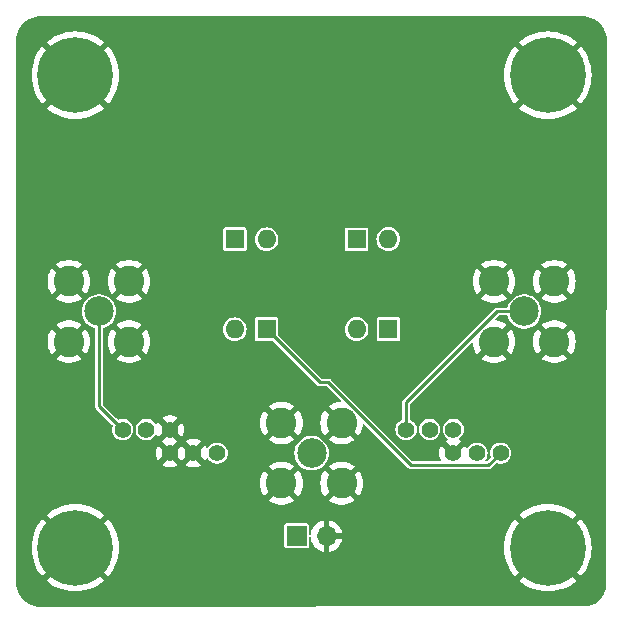
<source format=gbl>
%TF.GenerationSoftware,KiCad,Pcbnew,7.0.10-7.0.10~ubuntu22.04.1*%
%TF.CreationDate,2024-01-03T18:17:20-08:00*%
%TF.ProjectId,YamhillDiodeRingMixer,59616d68-696c-46c4-9469-6f646552696e,A*%
%TF.SameCoordinates,Original*%
%TF.FileFunction,Copper,L2,Bot*%
%TF.FilePolarity,Positive*%
%FSLAX46Y46*%
G04 Gerber Fmt 4.6, Leading zero omitted, Abs format (unit mm)*
G04 Created by KiCad (PCBNEW 7.0.10-7.0.10~ubuntu22.04.1) date 2024-01-03 18:17:20*
%MOMM*%
%LPD*%
G01*
G04 APERTURE LIST*
%TA.AperFunction,ComponentPad*%
%ADD10C,1.400000*%
%TD*%
%TA.AperFunction,ComponentPad*%
%ADD11R,1.600000X1.600000*%
%TD*%
%TA.AperFunction,ComponentPad*%
%ADD12O,1.600000X1.600000*%
%TD*%
%TA.AperFunction,ComponentPad*%
%ADD13C,2.500000*%
%TD*%
%TA.AperFunction,ComponentPad*%
%ADD14C,2.600000*%
%TD*%
%TA.AperFunction,ComponentPad*%
%ADD15C,0.800000*%
%TD*%
%TA.AperFunction,ComponentPad*%
%ADD16C,6.400000*%
%TD*%
%TA.AperFunction,ComponentPad*%
%ADD17R,1.700000X1.700000*%
%TD*%
%TA.AperFunction,ComponentPad*%
%ADD18O,1.700000X1.700000*%
%TD*%
%TA.AperFunction,ViaPad*%
%ADD19C,0.600000*%
%TD*%
%TA.AperFunction,Conductor*%
%ADD20C,0.250000*%
%TD*%
G04 APERTURE END LIST*
D10*
%TO.P,T2,6,4*%
%TO.N,Net-(D1-Pad2)*%
X141000000Y-87000000D03*
%TO.P,T2,5,3*%
%TO.N,Net-(J3-In)*%
X137000000Y-85000000D03*
%TO.P,T2,4,4*%
X139000000Y-87000000D03*
%TO.P,T2,3,3*%
%TO.N,Net-(D2-Pad1)*%
X135000000Y-85000000D03*
%TO.P,T2,2,2*%
%TO.N,GND*%
X137000000Y-87000000D03*
%TO.P,T2,1,1*%
%TO.N,Net-(J2-In)*%
X133000000Y-85000000D03*
%TD*%
%TO.P,T1,6,4*%
%TO.N,Net-(D3-Pad1)*%
X117000000Y-87000000D03*
%TO.P,T1,5,3*%
%TO.N,GND*%
X113000000Y-85000000D03*
%TO.P,T1,4,4*%
X115000000Y-87000000D03*
%TO.P,T1,3,3*%
%TO.N,Net-(D1-Pad1)*%
X111000000Y-85000000D03*
%TO.P,T1,2,2*%
%TO.N,GND*%
X113000000Y-87000000D03*
%TO.P,T1,1,1*%
%TO.N,Net-(J1-In)*%
X109000000Y-85000000D03*
%TD*%
D11*
%TO.P,D3,1*%
%TO.N,Net-(D3-Pad1)*%
X131500000Y-76500000D03*
D12*
%TO.P,D3,2*%
%TO.N,Net-(D2-Pad1)*%
X131500000Y-68880000D03*
%TD*%
D11*
%TO.P,D2,1*%
%TO.N,Net-(D2-Pad1)*%
X128810000Y-68900000D03*
D12*
%TO.P,D2,2*%
%TO.N,Net-(D1-Pad1)*%
X121190000Y-68900000D03*
%TD*%
D13*
%TO.P,J1,1,In*%
%TO.N,Net-(J1-In)*%
X107000000Y-75000000D03*
D14*
%TO.P,J1,2,Ext*%
%TO.N,GND*%
X104450000Y-72450000D03*
X104450000Y-77550000D03*
X109550000Y-72450000D03*
X109550000Y-77550000D03*
%TD*%
D15*
%TO.P,H1,1,1*%
%TO.N,GND*%
X102600000Y-55000000D03*
X103302944Y-53302944D03*
X103302944Y-56697056D03*
X105000000Y-52600000D03*
D16*
X105000000Y-55000000D03*
D15*
X105000000Y-57400000D03*
X106697056Y-53302944D03*
X106697056Y-56697056D03*
X107400000Y-55000000D03*
%TD*%
D11*
%TO.P,D4,1*%
%TO.N,Net-(D1-Pad2)*%
X121190000Y-76500000D03*
D12*
%TO.P,D4,2*%
%TO.N,Net-(D3-Pad1)*%
X128810000Y-76500000D03*
%TD*%
D15*
%TO.P,H2,1,1*%
%TO.N,GND*%
X142600000Y-55000000D03*
X143302944Y-53302944D03*
X143302944Y-56697056D03*
X145000000Y-52600000D03*
D16*
X145000000Y-55000000D03*
D15*
X145000000Y-57400000D03*
X146697056Y-53302944D03*
X146697056Y-56697056D03*
X147400000Y-55000000D03*
%TD*%
D13*
%TO.P,J2,1,In*%
%TO.N,Net-(J2-In)*%
X143000000Y-75000000D03*
D14*
%TO.P,J2,2,Ext*%
%TO.N,GND*%
X140450000Y-72450000D03*
X140450000Y-77550000D03*
X145550000Y-72450000D03*
X145550000Y-77550000D03*
%TD*%
D15*
%TO.P,H4,1,1*%
%TO.N,GND*%
X142600000Y-95000000D03*
X143302944Y-93302944D03*
X143302944Y-96697056D03*
X145000000Y-92600000D03*
D16*
X145000000Y-95000000D03*
D15*
X145000000Y-97400000D03*
X146697056Y-93302944D03*
X146697056Y-96697056D03*
X147400000Y-95000000D03*
%TD*%
%TO.P,H3,1,1*%
%TO.N,GND*%
X102600000Y-95000000D03*
X103302944Y-93302944D03*
X103302944Y-96697056D03*
X105000000Y-92600000D03*
D16*
X105000000Y-95000000D03*
D15*
X105000000Y-97400000D03*
X106697056Y-93302944D03*
X106697056Y-96697056D03*
X107400000Y-95000000D03*
%TD*%
D11*
%TO.P,D1,1*%
%TO.N,Net-(D1-Pad1)*%
X118500000Y-68890000D03*
D12*
%TO.P,D1,2*%
%TO.N,Net-(D1-Pad2)*%
X118500000Y-76510000D03*
%TD*%
D17*
%TO.P,J4,1,Pin_1*%
%TO.N,Net-(J3-In)*%
X123725000Y-94000000D03*
D18*
%TO.P,J4,2,Pin_2*%
%TO.N,GND*%
X126265000Y-94000000D03*
%TD*%
D13*
%TO.P,J3,1,In*%
%TO.N,Net-(J3-In)*%
X125000000Y-87000000D03*
D14*
%TO.P,J3,2,Ext*%
%TO.N,GND*%
X122450000Y-84450000D03*
X122450000Y-89550000D03*
X127550000Y-84450000D03*
X127550000Y-89550000D03*
%TD*%
D19*
%TO.N,GND*%
X122000000Y-51000000D03*
X101000000Y-82000000D03*
X149000000Y-82000000D03*
X149000000Y-97000000D03*
X147000000Y-51000000D03*
X149000000Y-72000000D03*
X149000000Y-62000000D03*
X117000000Y-99000000D03*
X142000000Y-51000000D03*
X149000000Y-77000000D03*
X149000000Y-57000000D03*
X101000000Y-87000000D03*
X149000000Y-52000000D03*
X132000000Y-51000000D03*
X101000000Y-52000000D03*
X107000000Y-51000000D03*
X101000000Y-97000000D03*
X149000000Y-67000000D03*
X107000000Y-99000000D03*
X101000000Y-67000000D03*
X149000000Y-87000000D03*
X102000000Y-51000000D03*
X122000000Y-99000000D03*
X101000000Y-77000000D03*
X112000000Y-51000000D03*
X142000000Y-99000000D03*
X127000000Y-99000000D03*
X127000000Y-51000000D03*
X137000000Y-99000000D03*
X101000000Y-62000000D03*
X137000000Y-51000000D03*
X101000000Y-57000000D03*
X112000000Y-99000000D03*
X147000000Y-99000000D03*
X102000000Y-99000000D03*
X101000000Y-72000000D03*
X117000000Y-51000000D03*
X101000000Y-92000000D03*
X132000000Y-99000000D03*
X149000000Y-92000000D03*
%TD*%
D20*
%TO.N,Net-(D1-Pad2)*%
X125702500Y-81012500D02*
X126410598Y-81012500D01*
X126410598Y-81012500D02*
X133423098Y-88025000D01*
X133423098Y-88025000D02*
X139975000Y-88025000D01*
X139975000Y-88025000D02*
X141000000Y-87000000D01*
%TO.N,Net-(J2-In)*%
X133000000Y-85000000D02*
X133000000Y-82701902D01*
X133000000Y-82701902D02*
X140701902Y-75000000D01*
X140701902Y-75000000D02*
X143000000Y-75000000D01*
%TO.N,Net-(J1-In)*%
X107000000Y-75000000D02*
X107000000Y-83000000D01*
X107000000Y-83000000D02*
X109000000Y-85000000D01*
%TO.N,Net-(D1-Pad2)*%
X125702500Y-81012500D02*
X121190000Y-76500000D01*
%TD*%
%TA.AperFunction,Conductor*%
%TO.N,GND*%
G36*
X106856420Y-96502867D02*
G01*
X106794601Y-96461561D01*
X106721680Y-96447056D01*
X106672432Y-96447056D01*
X106599511Y-96461561D01*
X106516816Y-96516816D01*
X106461561Y-96599511D01*
X106442158Y-96697056D01*
X106461561Y-96794601D01*
X106502867Y-96856420D01*
X105944180Y-96297733D01*
X106134870Y-96134870D01*
X106297733Y-95944180D01*
X106856420Y-96502867D01*
G37*
%TD.AperFunction*%
%TA.AperFunction,Conductor*%
G36*
X103865130Y-96134870D02*
G01*
X104055819Y-96297733D01*
X103497135Y-96856416D01*
X103538439Y-96794601D01*
X103557842Y-96697056D01*
X103538439Y-96599511D01*
X103483184Y-96516816D01*
X103400489Y-96461561D01*
X103327568Y-96447056D01*
X103278320Y-96447056D01*
X103205399Y-96461561D01*
X103143573Y-96502871D01*
X103702265Y-95944179D01*
X103865130Y-96134870D01*
G37*
%TD.AperFunction*%
%TA.AperFunction,Conductor*%
G36*
X104055819Y-93702266D02*
G01*
X103865130Y-93865130D01*
X103702266Y-94055819D01*
X103143579Y-93497132D01*
X103205399Y-93538439D01*
X103278320Y-93552944D01*
X103327568Y-93552944D01*
X103400489Y-93538439D01*
X103483184Y-93483184D01*
X103538439Y-93400489D01*
X103557842Y-93302944D01*
X103538439Y-93205399D01*
X103497132Y-93143579D01*
X104055819Y-93702266D01*
G37*
%TD.AperFunction*%
%TA.AperFunction,Conductor*%
G36*
X106461561Y-93205399D02*
G01*
X106442158Y-93302944D01*
X106461561Y-93400489D01*
X106516816Y-93483184D01*
X106599511Y-93538439D01*
X106672432Y-93552944D01*
X106721680Y-93552944D01*
X106794601Y-93538439D01*
X106856415Y-93497135D01*
X106297732Y-94055818D01*
X106134870Y-93865130D01*
X105944179Y-93702265D01*
X106502871Y-93143573D01*
X106461561Y-93205399D01*
G37*
%TD.AperFunction*%
%TA.AperFunction,Conductor*%
G36*
X146856420Y-96502867D02*
G01*
X146794601Y-96461561D01*
X146721680Y-96447056D01*
X146672432Y-96447056D01*
X146599511Y-96461561D01*
X146516816Y-96516816D01*
X146461561Y-96599511D01*
X146442158Y-96697056D01*
X146461561Y-96794601D01*
X146502867Y-96856420D01*
X145944180Y-96297733D01*
X146134870Y-96134870D01*
X146297733Y-95944180D01*
X146856420Y-96502867D01*
G37*
%TD.AperFunction*%
%TA.AperFunction,Conductor*%
G36*
X143865130Y-96134870D02*
G01*
X144055819Y-96297733D01*
X143497135Y-96856416D01*
X143538439Y-96794601D01*
X143557842Y-96697056D01*
X143538439Y-96599511D01*
X143483184Y-96516816D01*
X143400489Y-96461561D01*
X143327568Y-96447056D01*
X143278320Y-96447056D01*
X143205399Y-96461561D01*
X143143573Y-96502871D01*
X143702265Y-95944179D01*
X143865130Y-96134870D01*
G37*
%TD.AperFunction*%
%TA.AperFunction,Conductor*%
G36*
X144055819Y-93702266D02*
G01*
X143865130Y-93865130D01*
X143702266Y-94055819D01*
X143143579Y-93497132D01*
X143205399Y-93538439D01*
X143278320Y-93552944D01*
X143327568Y-93552944D01*
X143400489Y-93538439D01*
X143483184Y-93483184D01*
X143538439Y-93400489D01*
X143557842Y-93302944D01*
X143538439Y-93205399D01*
X143497132Y-93143579D01*
X144055819Y-93702266D01*
G37*
%TD.AperFunction*%
%TA.AperFunction,Conductor*%
G36*
X146461561Y-93205399D02*
G01*
X146442158Y-93302944D01*
X146461561Y-93400489D01*
X146516816Y-93483184D01*
X146599511Y-93538439D01*
X146672432Y-93552944D01*
X146721680Y-93552944D01*
X146794601Y-93538439D01*
X146856415Y-93497135D01*
X146297732Y-94055818D01*
X146134870Y-93865130D01*
X145944179Y-93702265D01*
X146502871Y-93143573D01*
X146461561Y-93205399D01*
G37*
%TD.AperFunction*%
%TA.AperFunction,Conductor*%
G36*
X106856420Y-56502867D02*
G01*
X106794601Y-56461561D01*
X106721680Y-56447056D01*
X106672432Y-56447056D01*
X106599511Y-56461561D01*
X106516816Y-56516816D01*
X106461561Y-56599511D01*
X106442158Y-56697056D01*
X106461561Y-56794601D01*
X106502867Y-56856420D01*
X105944180Y-56297733D01*
X106134870Y-56134870D01*
X106297733Y-55944180D01*
X106856420Y-56502867D01*
G37*
%TD.AperFunction*%
%TA.AperFunction,Conductor*%
G36*
X103865130Y-56134870D02*
G01*
X104055819Y-56297733D01*
X103497135Y-56856416D01*
X103538439Y-56794601D01*
X103557842Y-56697056D01*
X103538439Y-56599511D01*
X103483184Y-56516816D01*
X103400489Y-56461561D01*
X103327568Y-56447056D01*
X103278320Y-56447056D01*
X103205399Y-56461561D01*
X103143573Y-56502871D01*
X103702265Y-55944179D01*
X103865130Y-56134870D01*
G37*
%TD.AperFunction*%
%TA.AperFunction,Conductor*%
G36*
X104055819Y-53702266D02*
G01*
X103865130Y-53865130D01*
X103702266Y-54055819D01*
X103143579Y-53497132D01*
X103205399Y-53538439D01*
X103278320Y-53552944D01*
X103327568Y-53552944D01*
X103400489Y-53538439D01*
X103483184Y-53483184D01*
X103538439Y-53400489D01*
X103557842Y-53302944D01*
X103538439Y-53205399D01*
X103497132Y-53143579D01*
X104055819Y-53702266D01*
G37*
%TD.AperFunction*%
%TA.AperFunction,Conductor*%
G36*
X106461561Y-53205399D02*
G01*
X106442158Y-53302944D01*
X106461561Y-53400489D01*
X106516816Y-53483184D01*
X106599511Y-53538439D01*
X106672432Y-53552944D01*
X106721680Y-53552944D01*
X106794601Y-53538439D01*
X106856415Y-53497135D01*
X106297732Y-54055818D01*
X106134870Y-53865130D01*
X105944179Y-53702265D01*
X106502871Y-53143573D01*
X106461561Y-53205399D01*
G37*
%TD.AperFunction*%
%TA.AperFunction,Conductor*%
G36*
X146856420Y-56502867D02*
G01*
X146794601Y-56461561D01*
X146721680Y-56447056D01*
X146672432Y-56447056D01*
X146599511Y-56461561D01*
X146516816Y-56516816D01*
X146461561Y-56599511D01*
X146442158Y-56697056D01*
X146461561Y-56794601D01*
X146502867Y-56856420D01*
X145944180Y-56297733D01*
X146134870Y-56134870D01*
X146297733Y-55944180D01*
X146856420Y-56502867D01*
G37*
%TD.AperFunction*%
%TA.AperFunction,Conductor*%
G36*
X143865130Y-56134870D02*
G01*
X144055819Y-56297733D01*
X143497135Y-56856416D01*
X143538439Y-56794601D01*
X143557842Y-56697056D01*
X143538439Y-56599511D01*
X143483184Y-56516816D01*
X143400489Y-56461561D01*
X143327568Y-56447056D01*
X143278320Y-56447056D01*
X143205399Y-56461561D01*
X143143573Y-56502871D01*
X143702265Y-55944179D01*
X143865130Y-56134870D01*
G37*
%TD.AperFunction*%
%TA.AperFunction,Conductor*%
G36*
X144055819Y-53702266D02*
G01*
X143865130Y-53865130D01*
X143702266Y-54055819D01*
X143143579Y-53497132D01*
X143205399Y-53538439D01*
X143278320Y-53552944D01*
X143327568Y-53552944D01*
X143400489Y-53538439D01*
X143483184Y-53483184D01*
X143538439Y-53400489D01*
X143557842Y-53302944D01*
X143538439Y-53205399D01*
X143497132Y-53143579D01*
X144055819Y-53702266D01*
G37*
%TD.AperFunction*%
%TA.AperFunction,Conductor*%
G36*
X146461561Y-53205399D02*
G01*
X146442158Y-53302944D01*
X146461561Y-53400489D01*
X146516816Y-53483184D01*
X146599511Y-53538439D01*
X146672432Y-53552944D01*
X146721680Y-53552944D01*
X146794601Y-53538439D01*
X146856415Y-53497135D01*
X146297732Y-54055818D01*
X146134870Y-53865130D01*
X145944179Y-53702265D01*
X146502871Y-53143573D01*
X146461561Y-53205399D01*
G37*
%TD.AperFunction*%
%TA.AperFunction,Conductor*%
G36*
X124666055Y-50000948D02*
G01*
X124887981Y-50001067D01*
X124888183Y-50001067D01*
X124888222Y-50001081D01*
X124888223Y-50001068D01*
X136272024Y-50013226D01*
X148177832Y-50025943D01*
X148185686Y-50026370D01*
X148430663Y-50052841D01*
X148443547Y-50055409D01*
X148681984Y-50125420D01*
X148686985Y-50127085D01*
X148694671Y-50129952D01*
X148699540Y-50131968D01*
X148951239Y-50246914D01*
X148960503Y-50251973D01*
X149191047Y-50400134D01*
X149199500Y-50406462D01*
X149406610Y-50585924D01*
X149414075Y-50593389D01*
X149593537Y-50800499D01*
X149599865Y-50808952D01*
X149748026Y-51039496D01*
X149753086Y-51048762D01*
X149868031Y-51300457D01*
X149870052Y-51305337D01*
X149874513Y-51317297D01*
X149876181Y-51322310D01*
X149943606Y-51551939D01*
X149946180Y-51564880D01*
X149971523Y-51800717D01*
X149971947Y-51808632D01*
X149966958Y-98226211D01*
X149966534Y-98234117D01*
X149954616Y-98344913D01*
X149950332Y-98384755D01*
X149943675Y-98446643D01*
X149941102Y-98459577D01*
X149880306Y-98666630D01*
X149878637Y-98671643D01*
X149870048Y-98694670D01*
X149868027Y-98699550D01*
X149753086Y-98951237D01*
X149748026Y-98960503D01*
X149599865Y-99191047D01*
X149593537Y-99199500D01*
X149414075Y-99406610D01*
X149406610Y-99414075D01*
X149199500Y-99593537D01*
X149191047Y-99599865D01*
X148960503Y-99748026D01*
X148951237Y-99753086D01*
X148699542Y-99868031D01*
X148694661Y-99870052D01*
X148673641Y-99877892D01*
X148668648Y-99879554D01*
X148457480Y-99941558D01*
X148444571Y-99944128D01*
X148227805Y-99967505D01*
X148219920Y-99967932D01*
X102116357Y-99998592D01*
X102113691Y-99998546D01*
X101852439Y-99989302D01*
X101844525Y-99988595D01*
X101587590Y-99951653D01*
X101582391Y-99950715D01*
X101580668Y-99950340D01*
X101578542Y-99949877D01*
X101573430Y-99948572D01*
X101307930Y-99870614D01*
X101298038Y-99866925D01*
X101048763Y-99753086D01*
X101039496Y-99748026D01*
X100808952Y-99599865D01*
X100800499Y-99593537D01*
X100593389Y-99414075D01*
X100585924Y-99406610D01*
X100406462Y-99199500D01*
X100400134Y-99191047D01*
X100251973Y-98960503D01*
X100246913Y-98951236D01*
X100133074Y-98701961D01*
X100129385Y-98692069D01*
X100052175Y-98429116D01*
X100049930Y-98418799D01*
X100045035Y-98384755D01*
X100010742Y-98146234D01*
X100010037Y-98138350D01*
X100005005Y-97997469D01*
X100000547Y-97872635D01*
X100000500Y-97869994D01*
X100000500Y-95000000D01*
X101294922Y-95000000D01*
X101315219Y-95387289D01*
X101315219Y-95387290D01*
X101375885Y-95770322D01*
X101476262Y-96144934D01*
X101615244Y-96506992D01*
X101791307Y-96852537D01*
X102002530Y-97177791D01*
X102211096Y-97435349D01*
X103108759Y-96537685D01*
X103067449Y-96599511D01*
X103048046Y-96697056D01*
X103067449Y-96794601D01*
X103122704Y-96877296D01*
X103205399Y-96932551D01*
X103278320Y-96947056D01*
X103327568Y-96947056D01*
X103400489Y-96932551D01*
X103462304Y-96891247D01*
X102564649Y-97788902D01*
X102564649Y-97788903D01*
X102822208Y-97997469D01*
X103147462Y-98208692D01*
X103493007Y-98384755D01*
X103855065Y-98523737D01*
X104229677Y-98624114D01*
X104612709Y-98684780D01*
X105000000Y-98705077D01*
X105387289Y-98684780D01*
X105387290Y-98684780D01*
X105770322Y-98624114D01*
X106144934Y-98523737D01*
X106506992Y-98384755D01*
X106852537Y-98208692D01*
X107177791Y-97997469D01*
X107435349Y-97788903D01*
X107435349Y-97788902D01*
X106537691Y-96891244D01*
X106599511Y-96932551D01*
X106672432Y-96947056D01*
X106721680Y-96947056D01*
X106794601Y-96932551D01*
X106877296Y-96877296D01*
X106932551Y-96794601D01*
X106951954Y-96697056D01*
X106932551Y-96599511D01*
X106891244Y-96537691D01*
X107788902Y-97435349D01*
X107788903Y-97435349D01*
X107997469Y-97177791D01*
X108208692Y-96852537D01*
X108384755Y-96506992D01*
X108523737Y-96144934D01*
X108624114Y-95770322D01*
X108684780Y-95387290D01*
X108684780Y-95387289D01*
X108705077Y-95000000D01*
X108698251Y-94869746D01*
X122674500Y-94869746D01*
X122686133Y-94928232D01*
X122715608Y-94972343D01*
X122730448Y-94994552D01*
X122774560Y-95024027D01*
X122796767Y-95038866D01*
X122796768Y-95038866D01*
X122796769Y-95038867D01*
X122855252Y-95050500D01*
X122855254Y-95050500D01*
X124594746Y-95050500D01*
X124594748Y-95050500D01*
X124653231Y-95038867D01*
X124719552Y-94994552D01*
X124763867Y-94928231D01*
X124775500Y-94869748D01*
X124775500Y-94159331D01*
X124792813Y-94111765D01*
X124836650Y-94086455D01*
X124886500Y-94095245D01*
X124919037Y-94134022D01*
X124923218Y-94152882D01*
X124930430Y-94235317D01*
X124930431Y-94235325D01*
X124991566Y-94463483D01*
X124991571Y-94463494D01*
X125091401Y-94677579D01*
X125226888Y-94871075D01*
X125393924Y-95038111D01*
X125587420Y-95173598D01*
X125801505Y-95273428D01*
X125801508Y-95273430D01*
X126015000Y-95330634D01*
X126015000Y-94435501D01*
X126122685Y-94484680D01*
X126229237Y-94500000D01*
X126300763Y-94500000D01*
X126407315Y-94484680D01*
X126515000Y-94435501D01*
X126515000Y-95330634D01*
X126728491Y-95273430D01*
X126728494Y-95273428D01*
X126942579Y-95173598D01*
X127136075Y-95038111D01*
X127174186Y-95000000D01*
X141294922Y-95000000D01*
X141315219Y-95387289D01*
X141315219Y-95387290D01*
X141375885Y-95770322D01*
X141476262Y-96144934D01*
X141615244Y-96506992D01*
X141791307Y-96852537D01*
X142002530Y-97177791D01*
X142211096Y-97435349D01*
X143108759Y-96537685D01*
X143067449Y-96599511D01*
X143048046Y-96697056D01*
X143067449Y-96794601D01*
X143122704Y-96877296D01*
X143205399Y-96932551D01*
X143278320Y-96947056D01*
X143327568Y-96947056D01*
X143400489Y-96932551D01*
X143462304Y-96891247D01*
X142564649Y-97788902D01*
X142564649Y-97788903D01*
X142822208Y-97997469D01*
X143147462Y-98208692D01*
X143493007Y-98384755D01*
X143855065Y-98523737D01*
X144229677Y-98624114D01*
X144612709Y-98684780D01*
X145000000Y-98705077D01*
X145387289Y-98684780D01*
X145387290Y-98684780D01*
X145770322Y-98624114D01*
X146144934Y-98523737D01*
X146506992Y-98384755D01*
X146852537Y-98208692D01*
X147177791Y-97997469D01*
X147435349Y-97788903D01*
X147435349Y-97788902D01*
X146537691Y-96891244D01*
X146599511Y-96932551D01*
X146672432Y-96947056D01*
X146721680Y-96947056D01*
X146794601Y-96932551D01*
X146877296Y-96877296D01*
X146932551Y-96794601D01*
X146951954Y-96697056D01*
X146932551Y-96599511D01*
X146891244Y-96537691D01*
X147788902Y-97435349D01*
X147788903Y-97435349D01*
X147997469Y-97177791D01*
X148208692Y-96852537D01*
X148384755Y-96506992D01*
X148523737Y-96144934D01*
X148624114Y-95770322D01*
X148684780Y-95387290D01*
X148684780Y-95387289D01*
X148705077Y-95000000D01*
X148684780Y-94612710D01*
X148684780Y-94612709D01*
X148624114Y-94229677D01*
X148523737Y-93855065D01*
X148384755Y-93493007D01*
X148208692Y-93147462D01*
X147997469Y-92822208D01*
X147788902Y-92564649D01*
X146891247Y-93462303D01*
X146932551Y-93400489D01*
X146951954Y-93302944D01*
X146932551Y-93205399D01*
X146877296Y-93122704D01*
X146794601Y-93067449D01*
X146721680Y-93052944D01*
X146672432Y-93052944D01*
X146599511Y-93067449D01*
X146537685Y-93108759D01*
X147435349Y-92211096D01*
X147435349Y-92211095D01*
X147177791Y-92002530D01*
X146852537Y-91791307D01*
X146506992Y-91615244D01*
X146144934Y-91476262D01*
X145770322Y-91375885D01*
X145387290Y-91315219D01*
X145000000Y-91294922D01*
X144612710Y-91315219D01*
X144612709Y-91315219D01*
X144229677Y-91375885D01*
X143855065Y-91476262D01*
X143493007Y-91615244D01*
X143147462Y-91791307D01*
X142822205Y-92002532D01*
X142822202Y-92002535D01*
X142564649Y-92211095D01*
X142564649Y-92211096D01*
X143462308Y-93108755D01*
X143400489Y-93067449D01*
X143327568Y-93052944D01*
X143278320Y-93052944D01*
X143205399Y-93067449D01*
X143122704Y-93122704D01*
X143067449Y-93205399D01*
X143048046Y-93302944D01*
X143067449Y-93400489D01*
X143108755Y-93462308D01*
X142211096Y-92564649D01*
X142211095Y-92564649D01*
X142002535Y-92822202D01*
X142002532Y-92822205D01*
X141791307Y-93147462D01*
X141615244Y-93493007D01*
X141476262Y-93855065D01*
X141375885Y-94229677D01*
X141315219Y-94612709D01*
X141315219Y-94612710D01*
X141294922Y-95000000D01*
X127174186Y-95000000D01*
X127303111Y-94871075D01*
X127438598Y-94677579D01*
X127538428Y-94463494D01*
X127538433Y-94463483D01*
X127595636Y-94250000D01*
X126698686Y-94250000D01*
X126724493Y-94209844D01*
X126765000Y-94071889D01*
X126765000Y-93928111D01*
X126724493Y-93790156D01*
X126698686Y-93750000D01*
X127595636Y-93750000D01*
X127595636Y-93749999D01*
X127538432Y-93536512D01*
X127438598Y-93322421D01*
X127303109Y-93128921D01*
X127136075Y-92961888D01*
X127136076Y-92961888D01*
X126942579Y-92826401D01*
X126728494Y-92726571D01*
X126728483Y-92726566D01*
X126515000Y-92669363D01*
X126515000Y-93564498D01*
X126407315Y-93515320D01*
X126300763Y-93500000D01*
X126229237Y-93500000D01*
X126122685Y-93515320D01*
X126015000Y-93564498D01*
X126015000Y-92669363D01*
X126014999Y-92669363D01*
X125801512Y-92726567D01*
X125587421Y-92826401D01*
X125393921Y-92961890D01*
X125226890Y-93128921D01*
X125091401Y-93322421D01*
X124991571Y-93536505D01*
X124991566Y-93536516D01*
X124930431Y-93764674D01*
X124930430Y-93764681D01*
X124923218Y-93847118D01*
X124901826Y-93892994D01*
X124855950Y-93914386D01*
X124807055Y-93901285D01*
X124778021Y-93859821D01*
X124775500Y-93840668D01*
X124775500Y-93130253D01*
X124775235Y-93128921D01*
X124763867Y-93071769D01*
X124760980Y-93067449D01*
X124749027Y-93049560D01*
X124719552Y-93005448D01*
X124697343Y-92990608D01*
X124653232Y-92961133D01*
X124653233Y-92961133D01*
X124623989Y-92955316D01*
X124594748Y-92949500D01*
X122855252Y-92949500D01*
X122826010Y-92955316D01*
X122796767Y-92961133D01*
X122730449Y-93005447D01*
X122730447Y-93005449D01*
X122686133Y-93071767D01*
X122686133Y-93071769D01*
X122676002Y-93122704D01*
X122674500Y-93130253D01*
X122674500Y-94869746D01*
X108698251Y-94869746D01*
X108684780Y-94612710D01*
X108684780Y-94612709D01*
X108624114Y-94229677D01*
X108523737Y-93855065D01*
X108384755Y-93493007D01*
X108208692Y-93147462D01*
X107997469Y-92822208D01*
X107788902Y-92564649D01*
X106891247Y-93462303D01*
X106932551Y-93400489D01*
X106951954Y-93302944D01*
X106932551Y-93205399D01*
X106877296Y-93122704D01*
X106794601Y-93067449D01*
X106721680Y-93052944D01*
X106672432Y-93052944D01*
X106599511Y-93067449D01*
X106537685Y-93108759D01*
X107435349Y-92211096D01*
X107435349Y-92211095D01*
X107177791Y-92002530D01*
X106852537Y-91791307D01*
X106506992Y-91615244D01*
X106144934Y-91476262D01*
X105770322Y-91375885D01*
X105387290Y-91315219D01*
X105000000Y-91294922D01*
X104612710Y-91315219D01*
X104612709Y-91315219D01*
X104229677Y-91375885D01*
X103855065Y-91476262D01*
X103493007Y-91615244D01*
X103147462Y-91791307D01*
X102822205Y-92002532D01*
X102822202Y-92002535D01*
X102564649Y-92211095D01*
X102564649Y-92211096D01*
X103462308Y-93108755D01*
X103400489Y-93067449D01*
X103327568Y-93052944D01*
X103278320Y-93052944D01*
X103205399Y-93067449D01*
X103122704Y-93122704D01*
X103067449Y-93205399D01*
X103048046Y-93302944D01*
X103067449Y-93400489D01*
X103108755Y-93462308D01*
X102211096Y-92564649D01*
X102211095Y-92564649D01*
X102002535Y-92822202D01*
X102002532Y-92822205D01*
X101791307Y-93147462D01*
X101615244Y-93493007D01*
X101476262Y-93855065D01*
X101375885Y-94229677D01*
X101315219Y-94612709D01*
X101315219Y-94612710D01*
X101294922Y-95000000D01*
X100000500Y-95000000D01*
X100000500Y-89550001D01*
X120644953Y-89550001D01*
X120665114Y-89819028D01*
X120725144Y-90082043D01*
X120823708Y-90333179D01*
X120958600Y-90566819D01*
X121012294Y-90634149D01*
X121733337Y-89913106D01*
X121820577Y-90051948D01*
X121948052Y-90179423D01*
X122086891Y-90266661D01*
X121364849Y-90988702D01*
X121547476Y-91113216D01*
X121790542Y-91230270D01*
X121790550Y-91230273D01*
X122048331Y-91309789D01*
X122315114Y-91350000D01*
X122584886Y-91350000D01*
X122851668Y-91309789D01*
X123109449Y-91230273D01*
X123109463Y-91230268D01*
X123352521Y-91113217D01*
X123535149Y-90988702D01*
X122813108Y-90266661D01*
X122951948Y-90179423D01*
X123079423Y-90051948D01*
X123166661Y-89913108D01*
X123887703Y-90634150D01*
X123887704Y-90634150D01*
X123941396Y-90566823D01*
X124076291Y-90333179D01*
X124174855Y-90082043D01*
X124234885Y-89819028D01*
X124255047Y-89550001D01*
X125744953Y-89550001D01*
X125765114Y-89819028D01*
X125825144Y-90082043D01*
X125923708Y-90333179D01*
X126058600Y-90566819D01*
X126112294Y-90634149D01*
X126833337Y-89913106D01*
X126920577Y-90051948D01*
X127048052Y-90179423D01*
X127186891Y-90266661D01*
X126464849Y-90988702D01*
X126647476Y-91113216D01*
X126890542Y-91230270D01*
X126890550Y-91230273D01*
X127148331Y-91309789D01*
X127415114Y-91350000D01*
X127684886Y-91350000D01*
X127951668Y-91309789D01*
X128209449Y-91230273D01*
X128209463Y-91230268D01*
X128452521Y-91113217D01*
X128635149Y-90988702D01*
X127913108Y-90266661D01*
X128051948Y-90179423D01*
X128179423Y-90051948D01*
X128266661Y-89913108D01*
X128987703Y-90634150D01*
X128987704Y-90634150D01*
X129041396Y-90566823D01*
X129176291Y-90333179D01*
X129274855Y-90082043D01*
X129334885Y-89819028D01*
X129355047Y-89550001D01*
X129355047Y-89549998D01*
X129334885Y-89280971D01*
X129274855Y-89017956D01*
X129176291Y-88766820D01*
X129041399Y-88533181D01*
X128987703Y-88465848D01*
X128266660Y-89186890D01*
X128179423Y-89048052D01*
X128051948Y-88920577D01*
X127913107Y-88833337D01*
X128635149Y-88111296D01*
X128452521Y-87986782D01*
X128209463Y-87869731D01*
X128209449Y-87869726D01*
X127951668Y-87790210D01*
X127684886Y-87750000D01*
X127415114Y-87750000D01*
X127148331Y-87790210D01*
X126890550Y-87869726D01*
X126890542Y-87869729D01*
X126647471Y-87986786D01*
X126464849Y-88111296D01*
X127186891Y-88833338D01*
X127048052Y-88920577D01*
X126920577Y-89048052D01*
X126833338Y-89186891D01*
X126112294Y-88465848D01*
X126112293Y-88465848D01*
X126058602Y-88533177D01*
X126058596Y-88533186D01*
X125923708Y-88766820D01*
X125825144Y-89017956D01*
X125765114Y-89280971D01*
X125744953Y-89549998D01*
X125744953Y-89550001D01*
X124255047Y-89550001D01*
X124255047Y-89549998D01*
X124234885Y-89280971D01*
X124174855Y-89017956D01*
X124076291Y-88766820D01*
X123941399Y-88533181D01*
X123887703Y-88465848D01*
X123166660Y-89186890D01*
X123079423Y-89048052D01*
X122951948Y-88920577D01*
X122813107Y-88833337D01*
X123535150Y-88111296D01*
X123352521Y-87986782D01*
X123109463Y-87869731D01*
X123109449Y-87869726D01*
X122851668Y-87790210D01*
X122584886Y-87750000D01*
X122315114Y-87750000D01*
X122048331Y-87790210D01*
X121790550Y-87869726D01*
X121790542Y-87869729D01*
X121547471Y-87986786D01*
X121364849Y-88111296D01*
X122086891Y-88833338D01*
X121948052Y-88920577D01*
X121820577Y-89048052D01*
X121733338Y-89186891D01*
X121012294Y-88465848D01*
X121012293Y-88465848D01*
X120958602Y-88533177D01*
X120958596Y-88533186D01*
X120823708Y-88766820D01*
X120725144Y-89017956D01*
X120665114Y-89280971D01*
X120644953Y-89549998D01*
X120644953Y-89550001D01*
X100000500Y-89550001D01*
X100000500Y-88006879D01*
X112346672Y-88006879D01*
X112462817Y-88078795D01*
X112462827Y-88078799D01*
X112670194Y-88159134D01*
X112888800Y-88199999D01*
X112888806Y-88200000D01*
X113111194Y-88200000D01*
X113111199Y-88199999D01*
X113329805Y-88159134D01*
X113537177Y-88078797D01*
X113653326Y-88006879D01*
X114346672Y-88006879D01*
X114462817Y-88078795D01*
X114462827Y-88078799D01*
X114670194Y-88159134D01*
X114888800Y-88199999D01*
X114888806Y-88200000D01*
X115111194Y-88200000D01*
X115111199Y-88199999D01*
X115329805Y-88159134D01*
X115537177Y-88078797D01*
X115653326Y-88006879D01*
X115000000Y-87353553D01*
X114346672Y-88006879D01*
X113653326Y-88006879D01*
X113000000Y-87353553D01*
X112346672Y-88006879D01*
X100000500Y-88006879D01*
X100000500Y-87000003D01*
X111794859Y-87000003D01*
X111815377Y-87221432D01*
X111815379Y-87221445D01*
X111876237Y-87435342D01*
X111876239Y-87435346D01*
X111975368Y-87634426D01*
X111975370Y-87634429D01*
X111991137Y-87655307D01*
X112617143Y-87029302D01*
X112646372Y-87029302D01*
X112675047Y-87142538D01*
X112738936Y-87240327D01*
X112831115Y-87312072D01*
X112941595Y-87350000D01*
X113029005Y-87350000D01*
X113115216Y-87335614D01*
X113217947Y-87280019D01*
X113297060Y-87194079D01*
X113343982Y-87087108D01*
X113351200Y-87000000D01*
X113353553Y-87000000D01*
X114000000Y-87646447D01*
X114617145Y-87029302D01*
X114646372Y-87029302D01*
X114675047Y-87142538D01*
X114738936Y-87240327D01*
X114831115Y-87312072D01*
X114941595Y-87350000D01*
X115029005Y-87350000D01*
X115115216Y-87335614D01*
X115217947Y-87280019D01*
X115297060Y-87194079D01*
X115343982Y-87087108D01*
X115351200Y-87000000D01*
X115353553Y-87000000D01*
X116008860Y-87655307D01*
X116024634Y-87634421D01*
X116024635Y-87634419D01*
X116102983Y-87477073D01*
X116139682Y-87442210D01*
X116190205Y-87439093D01*
X116230911Y-87469181D01*
X116233311Y-87473057D01*
X116267464Y-87532212D01*
X116267465Y-87532213D01*
X116267467Y-87532216D01*
X116370321Y-87646447D01*
X116394131Y-87672890D01*
X116547266Y-87784149D01*
X116547271Y-87784152D01*
X116636461Y-87823862D01*
X116720197Y-87861144D01*
X116905354Y-87900500D01*
X116905355Y-87900500D01*
X117094645Y-87900500D01*
X117094646Y-87900500D01*
X117279803Y-87861144D01*
X117424215Y-87796846D01*
X117452728Y-87784152D01*
X117452733Y-87784149D01*
X117529300Y-87728519D01*
X117605871Y-87672888D01*
X117732533Y-87532216D01*
X117732536Y-87532212D01*
X117766957Y-87472591D01*
X117827179Y-87368284D01*
X117885674Y-87188256D01*
X117905460Y-87000003D01*
X123544529Y-87000003D01*
X123564378Y-87239556D01*
X123564378Y-87239557D01*
X123585412Y-87322619D01*
X123622526Y-87469181D01*
X123623392Y-87472597D01*
X123719951Y-87692728D01*
X123783639Y-87790210D01*
X123851429Y-87893969D01*
X124014236Y-88070825D01*
X124203933Y-88218472D01*
X124415344Y-88332882D01*
X124642703Y-88410934D01*
X124879808Y-88450500D01*
X125120192Y-88450500D01*
X125357297Y-88410934D01*
X125584656Y-88332882D01*
X125796067Y-88218472D01*
X125985764Y-88070825D01*
X126148571Y-87893969D01*
X126280049Y-87692728D01*
X126376610Y-87472591D01*
X126435620Y-87239563D01*
X126435620Y-87239559D01*
X126435621Y-87239557D01*
X126435621Y-87239556D01*
X126455471Y-87000003D01*
X126455471Y-86999996D01*
X126435621Y-86760443D01*
X126435621Y-86760442D01*
X126435620Y-86760437D01*
X126376610Y-86527409D01*
X126280049Y-86307272D01*
X126148571Y-86106031D01*
X125985764Y-85929175D01*
X125799437Y-85784151D01*
X125796071Y-85781531D01*
X125796070Y-85781530D01*
X125796067Y-85781528D01*
X125595322Y-85672890D01*
X125584655Y-85667117D01*
X125357295Y-85589065D01*
X125120194Y-85549500D01*
X125120192Y-85549500D01*
X124879808Y-85549500D01*
X124879805Y-85549500D01*
X124642704Y-85589065D01*
X124415344Y-85667117D01*
X124203940Y-85781524D01*
X124203928Y-85781531D01*
X124014234Y-85929176D01*
X123851427Y-86106033D01*
X123719951Y-86307271D01*
X123623392Y-86527402D01*
X123564378Y-86760442D01*
X123564378Y-86760443D01*
X123544529Y-86999996D01*
X123544529Y-87000003D01*
X117905460Y-87000003D01*
X117905460Y-87000000D01*
X117885674Y-86811744D01*
X117827179Y-86631716D01*
X117783255Y-86555637D01*
X117732535Y-86467786D01*
X117732532Y-86467783D01*
X117640505Y-86365577D01*
X117605871Y-86327112D01*
X117605870Y-86327111D01*
X117605868Y-86327109D01*
X117452733Y-86215850D01*
X117452728Y-86215847D01*
X117279804Y-86138856D01*
X117279802Y-86138855D01*
X117134001Y-86107865D01*
X117094646Y-86099500D01*
X116905354Y-86099500D01*
X116874628Y-86106031D01*
X116720197Y-86138855D01*
X116720195Y-86138856D01*
X116547271Y-86215847D01*
X116547266Y-86215850D01*
X116394131Y-86327109D01*
X116267467Y-86467783D01*
X116233311Y-86526943D01*
X116194534Y-86559479D01*
X116143915Y-86559479D01*
X116105139Y-86526941D01*
X116102983Y-86522926D01*
X116024633Y-86365577D01*
X116024629Y-86365571D01*
X116008861Y-86344690D01*
X115353553Y-86999999D01*
X115353553Y-87000000D01*
X115351200Y-87000000D01*
X115353628Y-86970698D01*
X115324953Y-86857462D01*
X115261064Y-86759673D01*
X115168885Y-86687928D01*
X115058405Y-86650000D01*
X114970995Y-86650000D01*
X114884784Y-86664386D01*
X114782053Y-86719981D01*
X114702940Y-86805921D01*
X114656018Y-86912892D01*
X114646372Y-87029302D01*
X114617145Y-87029302D01*
X114646447Y-87000000D01*
X114000000Y-86353553D01*
X113353553Y-87000000D01*
X113351200Y-87000000D01*
X113353628Y-86970698D01*
X113324953Y-86857462D01*
X113261064Y-86759673D01*
X113168885Y-86687928D01*
X113058405Y-86650000D01*
X112970995Y-86650000D01*
X112884784Y-86664386D01*
X112782053Y-86719981D01*
X112702940Y-86805921D01*
X112656018Y-86912892D01*
X112646372Y-87029302D01*
X112617143Y-87029302D01*
X112646446Y-86999999D01*
X111991137Y-86344691D01*
X111975370Y-86365570D01*
X111975369Y-86365573D01*
X111876239Y-86564653D01*
X111876237Y-86564657D01*
X111815379Y-86778554D01*
X111815377Y-86778567D01*
X111794859Y-86999996D01*
X111794859Y-87000003D01*
X100000500Y-87000003D01*
X100000500Y-86000000D01*
X112353553Y-86000000D01*
X113000000Y-86646447D01*
X113646447Y-86000000D01*
X113639565Y-85993118D01*
X114346671Y-85993118D01*
X114999999Y-86646446D01*
X115653326Y-85993119D01*
X115537182Y-85921205D01*
X115537172Y-85921200D01*
X115329805Y-85840865D01*
X115111199Y-85800000D01*
X114888800Y-85800000D01*
X114670194Y-85840865D01*
X114462827Y-85921200D01*
X114462817Y-85921205D01*
X114346671Y-85993118D01*
X113639565Y-85993118D01*
X113000000Y-85353553D01*
X112353553Y-86000000D01*
X100000500Y-86000000D01*
X100000500Y-77550001D01*
X102644953Y-77550001D01*
X102665114Y-77819028D01*
X102725144Y-78082043D01*
X102823708Y-78333179D01*
X102958600Y-78566819D01*
X103012294Y-78634149D01*
X103733337Y-77913106D01*
X103820577Y-78051948D01*
X103948052Y-78179423D01*
X104086891Y-78266661D01*
X103364849Y-78988702D01*
X103547476Y-79113216D01*
X103790542Y-79230270D01*
X103790550Y-79230273D01*
X104048331Y-79309789D01*
X104315114Y-79350000D01*
X104584886Y-79350000D01*
X104851668Y-79309789D01*
X105109449Y-79230273D01*
X105109463Y-79230268D01*
X105352521Y-79113217D01*
X105535149Y-78988702D01*
X104813108Y-78266661D01*
X104951948Y-78179423D01*
X105079423Y-78051948D01*
X105166661Y-77913108D01*
X105887703Y-78634150D01*
X105887704Y-78634150D01*
X105941396Y-78566823D01*
X106076291Y-78333179D01*
X106174855Y-78082043D01*
X106234885Y-77819028D01*
X106255047Y-77550001D01*
X106255047Y-77549998D01*
X106234885Y-77280971D01*
X106174855Y-77017956D01*
X106076291Y-76766820D01*
X105941399Y-76533181D01*
X105887703Y-76465848D01*
X105166660Y-77186890D01*
X105079423Y-77048052D01*
X104951948Y-76920577D01*
X104813107Y-76833337D01*
X105535150Y-76111296D01*
X105352521Y-75986782D01*
X105109463Y-75869731D01*
X105109449Y-75869726D01*
X104851668Y-75790210D01*
X104584886Y-75750000D01*
X104315114Y-75750000D01*
X104048331Y-75790210D01*
X103790550Y-75869726D01*
X103790542Y-75869729D01*
X103547471Y-75986786D01*
X103364849Y-76111296D01*
X104086891Y-76833338D01*
X103948052Y-76920577D01*
X103820577Y-77048052D01*
X103733338Y-77186891D01*
X103012294Y-76465848D01*
X103012293Y-76465848D01*
X102958602Y-76533177D01*
X102958596Y-76533186D01*
X102823708Y-76766820D01*
X102725144Y-77017956D01*
X102665114Y-77280971D01*
X102644953Y-77549998D01*
X102644953Y-77550001D01*
X100000500Y-77550001D01*
X100000500Y-75000003D01*
X105544529Y-75000003D01*
X105564378Y-75239556D01*
X105564378Y-75239557D01*
X105623392Y-75472597D01*
X105719951Y-75692728D01*
X105783639Y-75790210D01*
X105851429Y-75893969D01*
X106014236Y-76070825D01*
X106203933Y-76218472D01*
X106415344Y-76332882D01*
X106624529Y-76404695D01*
X106663895Y-76436512D01*
X106674500Y-76474684D01*
X106674500Y-82982558D01*
X106674218Y-82989009D01*
X106670735Y-83028805D01*
X106670735Y-83028806D01*
X106681077Y-83067406D01*
X106682473Y-83073703D01*
X106689411Y-83113044D01*
X106691811Y-83117200D01*
X106699203Y-83135047D01*
X106700445Y-83139682D01*
X106700446Y-83139685D01*
X106723362Y-83172414D01*
X106726829Y-83177855D01*
X106746806Y-83212455D01*
X106746807Y-83212456D01*
X106746808Y-83212457D01*
X106777408Y-83238133D01*
X106782169Y-83242495D01*
X108140404Y-84600730D01*
X108161796Y-84646606D01*
X108158456Y-84675923D01*
X108114327Y-84811737D01*
X108114326Y-84811742D01*
X108114326Y-84811744D01*
X108094540Y-85000000D01*
X108112968Y-85175336D01*
X108114327Y-85188261D01*
X108172819Y-85368280D01*
X108267464Y-85532213D01*
X108267467Y-85532216D01*
X108394131Y-85672890D01*
X108547266Y-85784149D01*
X108547271Y-85784152D01*
X108674650Y-85840865D01*
X108720197Y-85861144D01*
X108905354Y-85900500D01*
X108905355Y-85900500D01*
X109094645Y-85900500D01*
X109094646Y-85900500D01*
X109279803Y-85861144D01*
X109452730Y-85784151D01*
X109605871Y-85672888D01*
X109732533Y-85532216D01*
X109827179Y-85368284D01*
X109885674Y-85188256D01*
X109905460Y-85000000D01*
X110094540Y-85000000D01*
X110112968Y-85175336D01*
X110114327Y-85188261D01*
X110172819Y-85368280D01*
X110267464Y-85532213D01*
X110267467Y-85532216D01*
X110394131Y-85672890D01*
X110547266Y-85784149D01*
X110547271Y-85784152D01*
X110674650Y-85840865D01*
X110720197Y-85861144D01*
X110905354Y-85900500D01*
X110905355Y-85900500D01*
X111094645Y-85900500D01*
X111094646Y-85900500D01*
X111279803Y-85861144D01*
X111452730Y-85784151D01*
X111605871Y-85672888D01*
X111732533Y-85532216D01*
X111738948Y-85521103D01*
X111766688Y-85473058D01*
X111805464Y-85440520D01*
X111856083Y-85440520D01*
X111894860Y-85473056D01*
X111897016Y-85477072D01*
X111975368Y-85634426D01*
X111975370Y-85634429D01*
X111991137Y-85655307D01*
X112617143Y-85029302D01*
X112646372Y-85029302D01*
X112675047Y-85142538D01*
X112738936Y-85240327D01*
X112831115Y-85312072D01*
X112941595Y-85350000D01*
X113029005Y-85350000D01*
X113115216Y-85335614D01*
X113217947Y-85280019D01*
X113297060Y-85194079D01*
X113343982Y-85087108D01*
X113351200Y-85000000D01*
X113353553Y-85000000D01*
X114008860Y-85655307D01*
X114024633Y-85634422D01*
X114123760Y-85435346D01*
X114123762Y-85435342D01*
X114184620Y-85221445D01*
X114184622Y-85221432D01*
X114205141Y-85000003D01*
X114205141Y-84999996D01*
X114184622Y-84778567D01*
X114184620Y-84778554D01*
X114123762Y-84564657D01*
X114123760Y-84564653D01*
X114066671Y-84450001D01*
X120644953Y-84450001D01*
X120665114Y-84719028D01*
X120725144Y-84982043D01*
X120823708Y-85233179D01*
X120958600Y-85466819D01*
X121012294Y-85534149D01*
X121733337Y-84813106D01*
X121820577Y-84951948D01*
X121948052Y-85079423D01*
X122086891Y-85166661D01*
X121364849Y-85888702D01*
X121547476Y-86013216D01*
X121790542Y-86130270D01*
X121790550Y-86130273D01*
X122048331Y-86209789D01*
X122315114Y-86250000D01*
X122584886Y-86250000D01*
X122851668Y-86209789D01*
X123109449Y-86130273D01*
X123109463Y-86130268D01*
X123352521Y-86013217D01*
X123535149Y-85888702D01*
X122813108Y-85166661D01*
X122951948Y-85079423D01*
X123079423Y-84951948D01*
X123166661Y-84813108D01*
X123887703Y-85534150D01*
X123887704Y-85534150D01*
X123941396Y-85466823D01*
X124076291Y-85233179D01*
X124174855Y-84982043D01*
X124234885Y-84719028D01*
X124255047Y-84450001D01*
X124255047Y-84449998D01*
X124234885Y-84180971D01*
X124174855Y-83917956D01*
X124076291Y-83666820D01*
X123941399Y-83433181D01*
X123887703Y-83365848D01*
X123166660Y-84086890D01*
X123079423Y-83948052D01*
X122951948Y-83820577D01*
X122813107Y-83733337D01*
X123535150Y-83011296D01*
X123352521Y-82886782D01*
X123109463Y-82769731D01*
X123109449Y-82769726D01*
X122851668Y-82690210D01*
X122584886Y-82650000D01*
X122315114Y-82650000D01*
X122048331Y-82690210D01*
X121790550Y-82769726D01*
X121790542Y-82769729D01*
X121547471Y-82886786D01*
X121364849Y-83011296D01*
X122086891Y-83733338D01*
X121948052Y-83820577D01*
X121820577Y-83948052D01*
X121733338Y-84086891D01*
X121012294Y-83365848D01*
X121012293Y-83365848D01*
X120958602Y-83433177D01*
X120958596Y-83433186D01*
X120823708Y-83666820D01*
X120725144Y-83917956D01*
X120665114Y-84180971D01*
X120644953Y-84449998D01*
X120644953Y-84450001D01*
X114066671Y-84450001D01*
X114024631Y-84365573D01*
X114024629Y-84365571D01*
X114008861Y-84344690D01*
X113353553Y-84999999D01*
X113353553Y-85000000D01*
X113351200Y-85000000D01*
X113353628Y-84970698D01*
X113324953Y-84857462D01*
X113261064Y-84759673D01*
X113168885Y-84687928D01*
X113058405Y-84650000D01*
X112970995Y-84650000D01*
X112884784Y-84664386D01*
X112782053Y-84719981D01*
X112702940Y-84805921D01*
X112656018Y-84912892D01*
X112646372Y-85029302D01*
X112617143Y-85029302D01*
X112646446Y-84999999D01*
X111991137Y-84344691D01*
X111975370Y-84365570D01*
X111975369Y-84365573D01*
X111897016Y-84522927D01*
X111860316Y-84557789D01*
X111809793Y-84560905D01*
X111769087Y-84530817D01*
X111766688Y-84526942D01*
X111732535Y-84467786D01*
X111732532Y-84467783D01*
X111716518Y-84449998D01*
X111605871Y-84327112D01*
X111605870Y-84327111D01*
X111605868Y-84327109D01*
X111452733Y-84215850D01*
X111452728Y-84215847D01*
X111279804Y-84138856D01*
X111279802Y-84138855D01*
X111100277Y-84100697D01*
X111094646Y-84099500D01*
X110905354Y-84099500D01*
X110899723Y-84100697D01*
X110720197Y-84138855D01*
X110720195Y-84138856D01*
X110547271Y-84215847D01*
X110547266Y-84215850D01*
X110394131Y-84327109D01*
X110267467Y-84467783D01*
X110267464Y-84467786D01*
X110172819Y-84631719D01*
X110114327Y-84811738D01*
X110114326Y-84811742D01*
X110114326Y-84811744D01*
X110094540Y-85000000D01*
X109905460Y-85000000D01*
X109885674Y-84811744D01*
X109827179Y-84631716D01*
X109770923Y-84534277D01*
X109732535Y-84467786D01*
X109732532Y-84467783D01*
X109716518Y-84449998D01*
X109605871Y-84327112D01*
X109605870Y-84327111D01*
X109605868Y-84327109D01*
X109452733Y-84215850D01*
X109452728Y-84215847D01*
X109279804Y-84138856D01*
X109279802Y-84138855D01*
X109100277Y-84100697D01*
X109094646Y-84099500D01*
X108905354Y-84099500D01*
X108899723Y-84100697D01*
X108720197Y-84138855D01*
X108720191Y-84138857D01*
X108682924Y-84155450D01*
X108632429Y-84158981D01*
X108600500Y-84140174D01*
X108453444Y-83993118D01*
X112346671Y-83993118D01*
X112999999Y-84646446D01*
X113653326Y-83993119D01*
X113537182Y-83921205D01*
X113537172Y-83921200D01*
X113329805Y-83840865D01*
X113111199Y-83800000D01*
X112888800Y-83800000D01*
X112670194Y-83840865D01*
X112462827Y-83921200D01*
X112462817Y-83921205D01*
X112346671Y-83993118D01*
X108453444Y-83993118D01*
X107347174Y-82886848D01*
X107325782Y-82840972D01*
X107325500Y-82834522D01*
X107325500Y-77550001D01*
X107744953Y-77550001D01*
X107765114Y-77819028D01*
X107825144Y-78082043D01*
X107923708Y-78333179D01*
X108058600Y-78566819D01*
X108112294Y-78634149D01*
X108833337Y-77913106D01*
X108920577Y-78051948D01*
X109048052Y-78179423D01*
X109186891Y-78266661D01*
X108464849Y-78988702D01*
X108647476Y-79113216D01*
X108890542Y-79230270D01*
X108890550Y-79230273D01*
X109148331Y-79309789D01*
X109415114Y-79350000D01*
X109684886Y-79350000D01*
X109951668Y-79309789D01*
X110209449Y-79230273D01*
X110209463Y-79230268D01*
X110452521Y-79113217D01*
X110635149Y-78988702D01*
X109913108Y-78266661D01*
X110051948Y-78179423D01*
X110179423Y-78051948D01*
X110266661Y-77913108D01*
X110987703Y-78634150D01*
X110987704Y-78634150D01*
X111041396Y-78566823D01*
X111176291Y-78333179D01*
X111274855Y-78082043D01*
X111334885Y-77819028D01*
X111355047Y-77550001D01*
X111355047Y-77549998D01*
X111334885Y-77280971D01*
X111274855Y-77017956D01*
X111176291Y-76766820D01*
X111041399Y-76533181D01*
X111022913Y-76510000D01*
X117494659Y-76510000D01*
X117513976Y-76706133D01*
X117571187Y-76894731D01*
X117632545Y-77009522D01*
X117664090Y-77068538D01*
X117789117Y-77220883D01*
X117941462Y-77345910D01*
X117988135Y-77370857D01*
X118115268Y-77438812D01*
X118115270Y-77438812D01*
X118115273Y-77438814D01*
X118303868Y-77496024D01*
X118500000Y-77515341D01*
X118696132Y-77496024D01*
X118884727Y-77438814D01*
X119058538Y-77345910D01*
X119090419Y-77319746D01*
X120189500Y-77319746D01*
X120201133Y-77378232D01*
X120230608Y-77422343D01*
X120245448Y-77444552D01*
X120289560Y-77474027D01*
X120311767Y-77488866D01*
X120311768Y-77488866D01*
X120311769Y-77488867D01*
X120370252Y-77500500D01*
X121699522Y-77500500D01*
X121747088Y-77517813D01*
X121751848Y-77522174D01*
X125460005Y-81230331D01*
X125464366Y-81235091D01*
X125490045Y-81265694D01*
X125524648Y-81285672D01*
X125530093Y-81289141D01*
X125562814Y-81312053D01*
X125562816Y-81312054D01*
X125567449Y-81313295D01*
X125585295Y-81320686D01*
X125589455Y-81323088D01*
X125619128Y-81328320D01*
X125628797Y-81330025D01*
X125635098Y-81331422D01*
X125673693Y-81341764D01*
X125673693Y-81341763D01*
X125673694Y-81341764D01*
X125699302Y-81339523D01*
X125713495Y-81338281D01*
X125719944Y-81338000D01*
X126245120Y-81338000D01*
X126292686Y-81355313D01*
X126297446Y-81359674D01*
X127461670Y-82523898D01*
X127483062Y-82569774D01*
X127469961Y-82618669D01*
X127428497Y-82647703D01*
X127417836Y-82649515D01*
X127417847Y-82649588D01*
X127148331Y-82690210D01*
X126890550Y-82769726D01*
X126890542Y-82769729D01*
X126647471Y-82886786D01*
X126464849Y-83011296D01*
X127186891Y-83733338D01*
X127048052Y-83820577D01*
X126920577Y-83948052D01*
X126833338Y-84086891D01*
X126112294Y-83365848D01*
X126112293Y-83365848D01*
X126058602Y-83433177D01*
X126058596Y-83433186D01*
X125923708Y-83666820D01*
X125825144Y-83917956D01*
X125765114Y-84180971D01*
X125744953Y-84449998D01*
X125744953Y-84450001D01*
X125765114Y-84719028D01*
X125825144Y-84982043D01*
X125923708Y-85233179D01*
X126058600Y-85466819D01*
X126112294Y-85534149D01*
X126833337Y-84813106D01*
X126920577Y-84951948D01*
X127048052Y-85079423D01*
X127186891Y-85166661D01*
X126464849Y-85888702D01*
X126647476Y-86013216D01*
X126890542Y-86130270D01*
X126890550Y-86130273D01*
X127148331Y-86209789D01*
X127415114Y-86250000D01*
X127684886Y-86250000D01*
X127951668Y-86209789D01*
X128209449Y-86130273D01*
X128209463Y-86130268D01*
X128452521Y-86013217D01*
X128635149Y-85888702D01*
X127913108Y-85166661D01*
X128051948Y-85079423D01*
X128179423Y-84951948D01*
X128266661Y-84813108D01*
X128987703Y-85534150D01*
X128987704Y-85534150D01*
X129041396Y-85466823D01*
X129176291Y-85233179D01*
X129274855Y-84982043D01*
X129334885Y-84719028D01*
X129345273Y-84580416D01*
X129366092Y-84534277D01*
X129411698Y-84512314D01*
X129460751Y-84524804D01*
X129471392Y-84533620D01*
X133180603Y-88242831D01*
X133184957Y-88247583D01*
X133210643Y-88278194D01*
X133245239Y-88298168D01*
X133245246Y-88298172D01*
X133250691Y-88301641D01*
X133283412Y-88324553D01*
X133283414Y-88324554D01*
X133288047Y-88325795D01*
X133305893Y-88333186D01*
X133310053Y-88335588D01*
X133339726Y-88340820D01*
X133349395Y-88342525D01*
X133355696Y-88343922D01*
X133394291Y-88354264D01*
X133394291Y-88354263D01*
X133394292Y-88354264D01*
X133419900Y-88352023D01*
X133434093Y-88350781D01*
X133440542Y-88350500D01*
X139957559Y-88350500D01*
X139964008Y-88350781D01*
X139975916Y-88351823D01*
X140003805Y-88354264D01*
X140003805Y-88354263D01*
X140003807Y-88354264D01*
X140042413Y-88343918D01*
X140048703Y-88342524D01*
X140088045Y-88335588D01*
X140092194Y-88333191D01*
X140110055Y-88325794D01*
X140110059Y-88325793D01*
X140114684Y-88324554D01*
X140147410Y-88301638D01*
X140152851Y-88298172D01*
X140187455Y-88278194D01*
X140213150Y-88247570D01*
X140217494Y-88242831D01*
X140600500Y-87859824D01*
X140646375Y-87838433D01*
X140682924Y-87844549D01*
X140714028Y-87858397D01*
X140720197Y-87861144D01*
X140905354Y-87900500D01*
X140905355Y-87900500D01*
X141094645Y-87900500D01*
X141094646Y-87900500D01*
X141279803Y-87861144D01*
X141424215Y-87796846D01*
X141452728Y-87784152D01*
X141452733Y-87784149D01*
X141529300Y-87728519D01*
X141605871Y-87672888D01*
X141732533Y-87532216D01*
X141732536Y-87532212D01*
X141766957Y-87472591D01*
X141827179Y-87368284D01*
X141885674Y-87188256D01*
X141905460Y-87000000D01*
X141885674Y-86811744D01*
X141827179Y-86631716D01*
X141783255Y-86555637D01*
X141732535Y-86467786D01*
X141732532Y-86467783D01*
X141640505Y-86365577D01*
X141605871Y-86327112D01*
X141605870Y-86327111D01*
X141605868Y-86327109D01*
X141452733Y-86215850D01*
X141452728Y-86215847D01*
X141279804Y-86138856D01*
X141279802Y-86138855D01*
X141134001Y-86107865D01*
X141094646Y-86099500D01*
X140905354Y-86099500D01*
X140874628Y-86106031D01*
X140720197Y-86138855D01*
X140720195Y-86138856D01*
X140547271Y-86215847D01*
X140547266Y-86215850D01*
X140394131Y-86327109D01*
X140267467Y-86467783D01*
X140267464Y-86467786D01*
X140172819Y-86631719D01*
X140114327Y-86811738D01*
X140094540Y-87000000D01*
X140114327Y-87188261D01*
X140158456Y-87324075D01*
X140156690Y-87374663D01*
X140140404Y-87399268D01*
X139861848Y-87677826D01*
X139815972Y-87699218D01*
X139809522Y-87699500D01*
X139748117Y-87699500D01*
X139700551Y-87682187D01*
X139675241Y-87638350D01*
X139684031Y-87588500D01*
X139693124Y-87575984D01*
X139732533Y-87532216D01*
X139732536Y-87532212D01*
X139766957Y-87472591D01*
X139827179Y-87368284D01*
X139885674Y-87188256D01*
X139905460Y-87000000D01*
X139885674Y-86811744D01*
X139827179Y-86631716D01*
X139783255Y-86555637D01*
X139732535Y-86467786D01*
X139732532Y-86467783D01*
X139640505Y-86365577D01*
X139605871Y-86327112D01*
X139605870Y-86327111D01*
X139605868Y-86327109D01*
X139452733Y-86215850D01*
X139452728Y-86215847D01*
X139279804Y-86138856D01*
X139279802Y-86138855D01*
X139134001Y-86107865D01*
X139094646Y-86099500D01*
X138905354Y-86099500D01*
X138874628Y-86106031D01*
X138720197Y-86138855D01*
X138720195Y-86138856D01*
X138547271Y-86215847D01*
X138547266Y-86215850D01*
X138394131Y-86327109D01*
X138267467Y-86467783D01*
X138233311Y-86526943D01*
X138194534Y-86559479D01*
X138143915Y-86559479D01*
X138105139Y-86526941D01*
X138102983Y-86522926D01*
X138024633Y-86365577D01*
X138024629Y-86365571D01*
X138008861Y-86344690D01*
X137350987Y-87002564D01*
X137353628Y-86970698D01*
X137324953Y-86857462D01*
X137261064Y-86759673D01*
X137168885Y-86687928D01*
X137058405Y-86650000D01*
X136970995Y-86650000D01*
X136884784Y-86664386D01*
X136782053Y-86719981D01*
X136702940Y-86805921D01*
X136656018Y-86912892D01*
X136648619Y-87002173D01*
X135991137Y-86344691D01*
X135975370Y-86365570D01*
X135975369Y-86365573D01*
X135876239Y-86564653D01*
X135876237Y-86564657D01*
X135815379Y-86778554D01*
X135815377Y-86778567D01*
X135794859Y-86999996D01*
X135794859Y-87000003D01*
X135815377Y-87221432D01*
X135815379Y-87221445D01*
X135876237Y-87435342D01*
X135876239Y-87435346D01*
X135954500Y-87592515D01*
X135960205Y-87642812D01*
X135932244Y-87685008D01*
X135888258Y-87699500D01*
X133588576Y-87699500D01*
X133541010Y-87682187D01*
X133536250Y-87677826D01*
X130858424Y-85000000D01*
X132094540Y-85000000D01*
X132112968Y-85175336D01*
X132114327Y-85188261D01*
X132172819Y-85368280D01*
X132267464Y-85532213D01*
X132267467Y-85532216D01*
X132394131Y-85672890D01*
X132547266Y-85784149D01*
X132547271Y-85784152D01*
X132674650Y-85840865D01*
X132720197Y-85861144D01*
X132905354Y-85900500D01*
X132905355Y-85900500D01*
X133094645Y-85900500D01*
X133094646Y-85900500D01*
X133279803Y-85861144D01*
X133452730Y-85784151D01*
X133605871Y-85672888D01*
X133732533Y-85532216D01*
X133827179Y-85368284D01*
X133885674Y-85188256D01*
X133905460Y-85000000D01*
X134094540Y-85000000D01*
X134112968Y-85175336D01*
X134114327Y-85188261D01*
X134172819Y-85368280D01*
X134267464Y-85532213D01*
X134267467Y-85532216D01*
X134394131Y-85672890D01*
X134547266Y-85784149D01*
X134547271Y-85784152D01*
X134674650Y-85840865D01*
X134720197Y-85861144D01*
X134905354Y-85900500D01*
X134905355Y-85900500D01*
X135094645Y-85900500D01*
X135094646Y-85900500D01*
X135279803Y-85861144D01*
X135452730Y-85784151D01*
X135605871Y-85672888D01*
X135732533Y-85532216D01*
X135827179Y-85368284D01*
X135885674Y-85188256D01*
X135905460Y-85000000D01*
X136094540Y-85000000D01*
X136112968Y-85175336D01*
X136114327Y-85188261D01*
X136172819Y-85368280D01*
X136267464Y-85532213D01*
X136267467Y-85532216D01*
X136394131Y-85672890D01*
X136531074Y-85772385D01*
X136559380Y-85814350D01*
X136554089Y-85864691D01*
X136517677Y-85899854D01*
X136514311Y-85901255D01*
X136462823Y-85921201D01*
X136462817Y-85921205D01*
X136346671Y-85993118D01*
X136999999Y-86646446D01*
X137653326Y-85993119D01*
X137537182Y-85921205D01*
X137537172Y-85921200D01*
X137485689Y-85901255D01*
X137447589Y-85867928D01*
X137439824Y-85817908D01*
X137466029Y-85774600D01*
X137468925Y-85772385D01*
X137605868Y-85672890D01*
X137605867Y-85672890D01*
X137605871Y-85672888D01*
X137732533Y-85532216D01*
X137827179Y-85368284D01*
X137885674Y-85188256D01*
X137905460Y-85000000D01*
X137885674Y-84811744D01*
X137827179Y-84631716D01*
X137770923Y-84534277D01*
X137732535Y-84467786D01*
X137732532Y-84467783D01*
X137716518Y-84449998D01*
X137605871Y-84327112D01*
X137605870Y-84327111D01*
X137605868Y-84327109D01*
X137452733Y-84215850D01*
X137452728Y-84215847D01*
X137279804Y-84138856D01*
X137279802Y-84138855D01*
X137100277Y-84100697D01*
X137094646Y-84099500D01*
X136905354Y-84099500D01*
X136899723Y-84100697D01*
X136720197Y-84138855D01*
X136720195Y-84138856D01*
X136547271Y-84215847D01*
X136547266Y-84215850D01*
X136394131Y-84327109D01*
X136267467Y-84467783D01*
X136267464Y-84467786D01*
X136172819Y-84631719D01*
X136114327Y-84811738D01*
X136114326Y-84811742D01*
X136114326Y-84811744D01*
X136094540Y-85000000D01*
X135905460Y-85000000D01*
X135885674Y-84811744D01*
X135827179Y-84631716D01*
X135770923Y-84534277D01*
X135732535Y-84467786D01*
X135732532Y-84467783D01*
X135716518Y-84449998D01*
X135605871Y-84327112D01*
X135605870Y-84327111D01*
X135605868Y-84327109D01*
X135452733Y-84215850D01*
X135452728Y-84215847D01*
X135279804Y-84138856D01*
X135279802Y-84138855D01*
X135100277Y-84100697D01*
X135094646Y-84099500D01*
X134905354Y-84099500D01*
X134899723Y-84100697D01*
X134720197Y-84138855D01*
X134720195Y-84138856D01*
X134547271Y-84215847D01*
X134547266Y-84215850D01*
X134394131Y-84327109D01*
X134267467Y-84467783D01*
X134267464Y-84467786D01*
X134172819Y-84631719D01*
X134114327Y-84811738D01*
X134114326Y-84811742D01*
X134114326Y-84811744D01*
X134094540Y-85000000D01*
X133905460Y-85000000D01*
X133885674Y-84811744D01*
X133827179Y-84631716D01*
X133770923Y-84534277D01*
X133732535Y-84467786D01*
X133732532Y-84467783D01*
X133716518Y-84449998D01*
X133605871Y-84327112D01*
X133605870Y-84327111D01*
X133605868Y-84327109D01*
X133452733Y-84215850D01*
X133452728Y-84215847D01*
X133369401Y-84178747D01*
X133332989Y-84143584D01*
X133325500Y-84111145D01*
X133325500Y-82867380D01*
X133342813Y-82819814D01*
X133347174Y-82815054D01*
X135496902Y-80665326D01*
X138528610Y-77633618D01*
X138574483Y-77612228D01*
X138623378Y-77625329D01*
X138652412Y-77666793D01*
X138654726Y-77680416D01*
X138665114Y-77819028D01*
X138725144Y-78082043D01*
X138823708Y-78333179D01*
X138958600Y-78566819D01*
X139012294Y-78634149D01*
X139733337Y-77913107D01*
X139820577Y-78051948D01*
X139948052Y-78179423D01*
X140086891Y-78266661D01*
X139364849Y-78988702D01*
X139547476Y-79113216D01*
X139790542Y-79230270D01*
X139790550Y-79230273D01*
X140048331Y-79309789D01*
X140315114Y-79350000D01*
X140584886Y-79350000D01*
X140851668Y-79309789D01*
X141109449Y-79230273D01*
X141109463Y-79230268D01*
X141352521Y-79113217D01*
X141535149Y-78988702D01*
X140813108Y-78266661D01*
X140951948Y-78179423D01*
X141079423Y-78051948D01*
X141166661Y-77913108D01*
X141887703Y-78634150D01*
X141887704Y-78634150D01*
X141941396Y-78566823D01*
X142076291Y-78333179D01*
X142174855Y-78082043D01*
X142234885Y-77819028D01*
X142255047Y-77550001D01*
X143744953Y-77550001D01*
X143765114Y-77819028D01*
X143825144Y-78082043D01*
X143923708Y-78333179D01*
X144058600Y-78566819D01*
X144112294Y-78634149D01*
X144833337Y-77913106D01*
X144920577Y-78051948D01*
X145048052Y-78179423D01*
X145186891Y-78266661D01*
X144464849Y-78988702D01*
X144647476Y-79113216D01*
X144890542Y-79230270D01*
X144890550Y-79230273D01*
X145148331Y-79309789D01*
X145415114Y-79350000D01*
X145684886Y-79350000D01*
X145951668Y-79309789D01*
X146209449Y-79230273D01*
X146209463Y-79230268D01*
X146452521Y-79113217D01*
X146635149Y-78988702D01*
X145913108Y-78266661D01*
X146051948Y-78179423D01*
X146179423Y-78051948D01*
X146266661Y-77913108D01*
X146987703Y-78634150D01*
X146987704Y-78634150D01*
X147041396Y-78566823D01*
X147176291Y-78333179D01*
X147274855Y-78082043D01*
X147334885Y-77819028D01*
X147355047Y-77550001D01*
X147355047Y-77549998D01*
X147334885Y-77280971D01*
X147274855Y-77017956D01*
X147176291Y-76766820D01*
X147041399Y-76533181D01*
X146987703Y-76465848D01*
X146266660Y-77186890D01*
X146179423Y-77048052D01*
X146051948Y-76920577D01*
X145913107Y-76833337D01*
X146635149Y-76111296D01*
X146452521Y-75986782D01*
X146209463Y-75869731D01*
X146209449Y-75869726D01*
X145951668Y-75790210D01*
X145684886Y-75750000D01*
X145415114Y-75750000D01*
X145148331Y-75790210D01*
X144890550Y-75869726D01*
X144890542Y-75869729D01*
X144647471Y-75986786D01*
X144464849Y-76111296D01*
X145186891Y-76833338D01*
X145048052Y-76920577D01*
X144920577Y-77048052D01*
X144833338Y-77186891D01*
X144112294Y-76465848D01*
X144112293Y-76465848D01*
X144058602Y-76533177D01*
X144058596Y-76533186D01*
X143923708Y-76766820D01*
X143825144Y-77017956D01*
X143765114Y-77280971D01*
X143744953Y-77549998D01*
X143744953Y-77550001D01*
X142255047Y-77550001D01*
X142255047Y-77549998D01*
X142234885Y-77280971D01*
X142174855Y-77017956D01*
X142076291Y-76766820D01*
X141941399Y-76533181D01*
X141887703Y-76465848D01*
X141166660Y-77186890D01*
X141079423Y-77048052D01*
X140951948Y-76920577D01*
X140813108Y-76833338D01*
X141535149Y-76111296D01*
X141352521Y-75986782D01*
X141109463Y-75869731D01*
X141109449Y-75869726D01*
X140851668Y-75790210D01*
X140582153Y-75749588D01*
X140582280Y-75748740D01*
X140538972Y-75729184D01*
X140517022Y-75683572D01*
X140529526Y-75634521D01*
X140538325Y-75623903D01*
X140815055Y-75347174D01*
X140860932Y-75325782D01*
X140867381Y-75325500D01*
X141528545Y-75325500D01*
X141576111Y-75342813D01*
X141600281Y-75381334D01*
X141623392Y-75472597D01*
X141719951Y-75692728D01*
X141783639Y-75790210D01*
X141851429Y-75893969D01*
X142014236Y-76070825D01*
X142203933Y-76218472D01*
X142415344Y-76332882D01*
X142642703Y-76410934D01*
X142879808Y-76450500D01*
X143120192Y-76450500D01*
X143357297Y-76410934D01*
X143584656Y-76332882D01*
X143796067Y-76218472D01*
X143985764Y-76070825D01*
X144148571Y-75893969D01*
X144280049Y-75692728D01*
X144376610Y-75472591D01*
X144435620Y-75239563D01*
X144435620Y-75239559D01*
X144435621Y-75239557D01*
X144435621Y-75239556D01*
X144455471Y-75000003D01*
X144455471Y-74999996D01*
X144435621Y-74760443D01*
X144435621Y-74760442D01*
X144432167Y-74746802D01*
X144376610Y-74527409D01*
X144280049Y-74307272D01*
X144148571Y-74106031D01*
X143985764Y-73929175D01*
X143796067Y-73781528D01*
X143707715Y-73733714D01*
X143584655Y-73667117D01*
X143357295Y-73589065D01*
X143120194Y-73549500D01*
X143120192Y-73549500D01*
X142879808Y-73549500D01*
X142879805Y-73549500D01*
X142642704Y-73589065D01*
X142415344Y-73667117D01*
X142203940Y-73781524D01*
X142203928Y-73781531D01*
X142014234Y-73929176D01*
X141851427Y-74106033D01*
X141719951Y-74307271D01*
X141623392Y-74527402D01*
X141600281Y-74618666D01*
X141571821Y-74660527D01*
X141528545Y-74674500D01*
X140719335Y-74674500D01*
X140712886Y-74674218D01*
X140711396Y-74674087D01*
X140673097Y-74670736D01*
X140673095Y-74670736D01*
X140634504Y-74681076D01*
X140628207Y-74682472D01*
X140588855Y-74689412D01*
X140588853Y-74689412D01*
X140584692Y-74691815D01*
X140566861Y-74699201D01*
X140562219Y-74700445D01*
X140562214Y-74700447D01*
X140529489Y-74723361D01*
X140524048Y-74726827D01*
X140489452Y-74746802D01*
X140489445Y-74746807D01*
X140463772Y-74777403D01*
X140459412Y-74782161D01*
X132782172Y-82459402D01*
X132777414Y-82463762D01*
X132746807Y-82489444D01*
X132746806Y-82489447D01*
X132726826Y-82524051D01*
X132723359Y-82529492D01*
X132700447Y-82562214D01*
X132700445Y-82562219D01*
X132699201Y-82566861D01*
X132691815Y-82584692D01*
X132689412Y-82588853D01*
X132689412Y-82588854D01*
X132682473Y-82628198D01*
X132681077Y-82634493D01*
X132670735Y-82673094D01*
X132670736Y-82673096D01*
X132674218Y-82712891D01*
X132674500Y-82719342D01*
X132674500Y-84111145D01*
X132657187Y-84158711D01*
X132630599Y-84178747D01*
X132547271Y-84215847D01*
X132547266Y-84215850D01*
X132394131Y-84327109D01*
X132267467Y-84467783D01*
X132267464Y-84467786D01*
X132172819Y-84631719D01*
X132114327Y-84811738D01*
X132114326Y-84811742D01*
X132114326Y-84811744D01*
X132094540Y-85000000D01*
X130858424Y-85000000D01*
X126653097Y-80794673D01*
X126648736Y-80789914D01*
X126646958Y-80787796D01*
X126623053Y-80759306D01*
X126588453Y-80739329D01*
X126583012Y-80735862D01*
X126550283Y-80712946D01*
X126550280Y-80712945D01*
X126545645Y-80711703D01*
X126527798Y-80704311D01*
X126523642Y-80701911D01*
X126484301Y-80694973D01*
X126478004Y-80693577D01*
X126439404Y-80683235D01*
X126439403Y-80683235D01*
X126401986Y-80686509D01*
X126399606Y-80686718D01*
X126393157Y-80687000D01*
X125867978Y-80687000D01*
X125820412Y-80669687D01*
X125815652Y-80665326D01*
X122212174Y-77061848D01*
X122190782Y-77015972D01*
X122190500Y-77009522D01*
X122190500Y-76500000D01*
X127804659Y-76500000D01*
X127823976Y-76696133D01*
X127881187Y-76884731D01*
X127947890Y-77009522D01*
X127974090Y-77058538D01*
X128099117Y-77210883D01*
X128251462Y-77335910D01*
X128270171Y-77345910D01*
X128425268Y-77428812D01*
X128425270Y-77428812D01*
X128425273Y-77428814D01*
X128613868Y-77486024D01*
X128810000Y-77505341D01*
X129006132Y-77486024D01*
X129194727Y-77428814D01*
X129368538Y-77335910D01*
X129388234Y-77319746D01*
X130499500Y-77319746D01*
X130511133Y-77378232D01*
X130540608Y-77422343D01*
X130555448Y-77444552D01*
X130599560Y-77474027D01*
X130621767Y-77488866D01*
X130621768Y-77488866D01*
X130621769Y-77488867D01*
X130680252Y-77500500D01*
X130680254Y-77500500D01*
X132319746Y-77500500D01*
X132319748Y-77500500D01*
X132378231Y-77488867D01*
X132444552Y-77444552D01*
X132488867Y-77378231D01*
X132500500Y-77319748D01*
X132500500Y-75680252D01*
X132488867Y-75621769D01*
X132444552Y-75555448D01*
X132397452Y-75523976D01*
X132378232Y-75511133D01*
X132378233Y-75511133D01*
X132345684Y-75504659D01*
X132319748Y-75499500D01*
X130680252Y-75499500D01*
X130654316Y-75504659D01*
X130621767Y-75511133D01*
X130555449Y-75555447D01*
X130555447Y-75555449D01*
X130511133Y-75621767D01*
X130499500Y-75680253D01*
X130499500Y-77319746D01*
X129388234Y-77319746D01*
X129520883Y-77210883D01*
X129645910Y-77058538D01*
X129738814Y-76884727D01*
X129796024Y-76696132D01*
X129815341Y-76500000D01*
X129796024Y-76303868D01*
X129738814Y-76115273D01*
X129738812Y-76115270D01*
X129738812Y-76115268D01*
X129670134Y-75986782D01*
X129645910Y-75941462D01*
X129520883Y-75789117D01*
X129368538Y-75664090D01*
X129358597Y-75658776D01*
X129194731Y-75571187D01*
X129006133Y-75513976D01*
X128810000Y-75494659D01*
X128613866Y-75513976D01*
X128425268Y-75571187D01*
X128251463Y-75664089D01*
X128099117Y-75789117D01*
X127974089Y-75941463D01*
X127881187Y-76115268D01*
X127823976Y-76303866D01*
X127804659Y-76500000D01*
X122190500Y-76500000D01*
X122190500Y-75680253D01*
X122187285Y-75664089D01*
X122178867Y-75621769D01*
X122134552Y-75555448D01*
X122087452Y-75523976D01*
X122068232Y-75511133D01*
X122068233Y-75511133D01*
X122035684Y-75504659D01*
X122009748Y-75499500D01*
X120370252Y-75499500D01*
X120344316Y-75504659D01*
X120311767Y-75511133D01*
X120245449Y-75555447D01*
X120245447Y-75555449D01*
X120201133Y-75621767D01*
X120189500Y-75680253D01*
X120189500Y-77319746D01*
X119090419Y-77319746D01*
X119210883Y-77220883D01*
X119335910Y-77068538D01*
X119428814Y-76894727D01*
X119486024Y-76706132D01*
X119505341Y-76510000D01*
X119486024Y-76313868D01*
X119428814Y-76125273D01*
X119428812Y-76125270D01*
X119428812Y-76125268D01*
X119354789Y-75986782D01*
X119335910Y-75951462D01*
X119210883Y-75799117D01*
X119058538Y-75674090D01*
X119039829Y-75664090D01*
X118884731Y-75581187D01*
X118696133Y-75523976D01*
X118500000Y-75504659D01*
X118303866Y-75523976D01*
X118115268Y-75581187D01*
X117941463Y-75674089D01*
X117789117Y-75799117D01*
X117664089Y-75951463D01*
X117571187Y-76125268D01*
X117513976Y-76313866D01*
X117494659Y-76510000D01*
X111022913Y-76510000D01*
X110987703Y-76465848D01*
X110266660Y-77186890D01*
X110179423Y-77048052D01*
X110051948Y-76920577D01*
X109913107Y-76833337D01*
X110635150Y-76111296D01*
X110452521Y-75986782D01*
X110209463Y-75869731D01*
X110209449Y-75869726D01*
X109951668Y-75790210D01*
X109684886Y-75750000D01*
X109415114Y-75750000D01*
X109148331Y-75790210D01*
X108890550Y-75869726D01*
X108890542Y-75869729D01*
X108647471Y-75986786D01*
X108464849Y-76111296D01*
X109186891Y-76833338D01*
X109048052Y-76920577D01*
X108920577Y-77048052D01*
X108833338Y-77186891D01*
X108112294Y-76465848D01*
X108112293Y-76465848D01*
X108058602Y-76533177D01*
X108058596Y-76533186D01*
X107923708Y-76766820D01*
X107825144Y-77017956D01*
X107765114Y-77280971D01*
X107744953Y-77549998D01*
X107744953Y-77550001D01*
X107325500Y-77550001D01*
X107325500Y-76474684D01*
X107342813Y-76427118D01*
X107375469Y-76404695D01*
X107584656Y-76332882D01*
X107796067Y-76218472D01*
X107985764Y-76070825D01*
X108148571Y-75893969D01*
X108280049Y-75692728D01*
X108376610Y-75472591D01*
X108435620Y-75239563D01*
X108435620Y-75239559D01*
X108435621Y-75239557D01*
X108435621Y-75239556D01*
X108455471Y-75000003D01*
X108455471Y-74999996D01*
X108435621Y-74760443D01*
X108435621Y-74760442D01*
X108432167Y-74746802D01*
X108376610Y-74527409D01*
X108280049Y-74307272D01*
X108148571Y-74106031D01*
X107985764Y-73929175D01*
X107796067Y-73781528D01*
X107707715Y-73733714D01*
X107584655Y-73667117D01*
X107357295Y-73589065D01*
X107120194Y-73549500D01*
X107120192Y-73549500D01*
X106879808Y-73549500D01*
X106879805Y-73549500D01*
X106642704Y-73589065D01*
X106415344Y-73667117D01*
X106203940Y-73781524D01*
X106203928Y-73781531D01*
X106014234Y-73929176D01*
X105851427Y-74106033D01*
X105719951Y-74307271D01*
X105623392Y-74527402D01*
X105564378Y-74760442D01*
X105564378Y-74760443D01*
X105544529Y-74999996D01*
X105544529Y-75000003D01*
X100000500Y-75000003D01*
X100000500Y-72450001D01*
X102644953Y-72450001D01*
X102665114Y-72719028D01*
X102725144Y-72982043D01*
X102823708Y-73233179D01*
X102958600Y-73466819D01*
X103012294Y-73534149D01*
X103733337Y-72813106D01*
X103820577Y-72951948D01*
X103948052Y-73079423D01*
X104086891Y-73166661D01*
X103364849Y-73888702D01*
X103547476Y-74013216D01*
X103790542Y-74130270D01*
X103790550Y-74130273D01*
X104048331Y-74209789D01*
X104315114Y-74250000D01*
X104584886Y-74250000D01*
X104851668Y-74209789D01*
X105109449Y-74130273D01*
X105109463Y-74130268D01*
X105352521Y-74013217D01*
X105535149Y-73888702D01*
X104813108Y-73166661D01*
X104951948Y-73079423D01*
X105079423Y-72951948D01*
X105166661Y-72813108D01*
X105887703Y-73534150D01*
X105887704Y-73534150D01*
X105941396Y-73466823D01*
X106076291Y-73233179D01*
X106174855Y-72982043D01*
X106234885Y-72719028D01*
X106255047Y-72450001D01*
X107744953Y-72450001D01*
X107765114Y-72719028D01*
X107825144Y-72982043D01*
X107923708Y-73233179D01*
X108058600Y-73466819D01*
X108112294Y-73534149D01*
X108833337Y-72813106D01*
X108920577Y-72951948D01*
X109048052Y-73079423D01*
X109186891Y-73166661D01*
X108464849Y-73888702D01*
X108647476Y-74013216D01*
X108890542Y-74130270D01*
X108890550Y-74130273D01*
X109148331Y-74209789D01*
X109415114Y-74250000D01*
X109684886Y-74250000D01*
X109951668Y-74209789D01*
X110209449Y-74130273D01*
X110209463Y-74130268D01*
X110452521Y-74013217D01*
X110635149Y-73888702D01*
X109913108Y-73166661D01*
X110051948Y-73079423D01*
X110179423Y-72951948D01*
X110266661Y-72813108D01*
X110987703Y-73534150D01*
X110987704Y-73534150D01*
X111041396Y-73466823D01*
X111176291Y-73233179D01*
X111274855Y-72982043D01*
X111334885Y-72719028D01*
X111355047Y-72450001D01*
X138644953Y-72450001D01*
X138665114Y-72719028D01*
X138725144Y-72982043D01*
X138823708Y-73233179D01*
X138958600Y-73466819D01*
X139012294Y-73534149D01*
X139733337Y-72813106D01*
X139820577Y-72951948D01*
X139948052Y-73079423D01*
X140086891Y-73166661D01*
X139364849Y-73888702D01*
X139547476Y-74013216D01*
X139790542Y-74130270D01*
X139790550Y-74130273D01*
X140048331Y-74209789D01*
X140315114Y-74250000D01*
X140584886Y-74250000D01*
X140851668Y-74209789D01*
X141109449Y-74130273D01*
X141109463Y-74130268D01*
X141352521Y-74013217D01*
X141535149Y-73888702D01*
X140813108Y-73166661D01*
X140951948Y-73079423D01*
X141079423Y-72951948D01*
X141166661Y-72813108D01*
X141887703Y-73534150D01*
X141887704Y-73534150D01*
X141941396Y-73466823D01*
X142076291Y-73233179D01*
X142174855Y-72982043D01*
X142234885Y-72719028D01*
X142255047Y-72450001D01*
X143744953Y-72450001D01*
X143765114Y-72719028D01*
X143825144Y-72982043D01*
X143923708Y-73233179D01*
X144058600Y-73466819D01*
X144112294Y-73534149D01*
X144833337Y-72813106D01*
X144920577Y-72951948D01*
X145048052Y-73079423D01*
X145186891Y-73166661D01*
X144464849Y-73888702D01*
X144647476Y-74013216D01*
X144890542Y-74130270D01*
X144890550Y-74130273D01*
X145148331Y-74209789D01*
X145415114Y-74250000D01*
X145684886Y-74250000D01*
X145951668Y-74209789D01*
X146209449Y-74130273D01*
X146209463Y-74130268D01*
X146452521Y-74013217D01*
X146635149Y-73888702D01*
X145913108Y-73166661D01*
X146051948Y-73079423D01*
X146179423Y-72951948D01*
X146266661Y-72813108D01*
X146987703Y-73534150D01*
X146987704Y-73534150D01*
X147041396Y-73466823D01*
X147176291Y-73233179D01*
X147274855Y-72982043D01*
X147334885Y-72719028D01*
X147355047Y-72450001D01*
X147355047Y-72449998D01*
X147334885Y-72180971D01*
X147274855Y-71917956D01*
X147176291Y-71666820D01*
X147041399Y-71433181D01*
X146987703Y-71365848D01*
X146266660Y-72086890D01*
X146179423Y-71948052D01*
X146051948Y-71820577D01*
X145913107Y-71733337D01*
X146635149Y-71011296D01*
X146452521Y-70886782D01*
X146209463Y-70769731D01*
X146209449Y-70769726D01*
X145951668Y-70690210D01*
X145684886Y-70650000D01*
X145415114Y-70650000D01*
X145148331Y-70690210D01*
X144890550Y-70769726D01*
X144890542Y-70769729D01*
X144647471Y-70886786D01*
X144464849Y-71011296D01*
X145186891Y-71733338D01*
X145048052Y-71820577D01*
X144920577Y-71948052D01*
X144833338Y-72086891D01*
X144112294Y-71365848D01*
X144112293Y-71365848D01*
X144058602Y-71433177D01*
X144058596Y-71433186D01*
X143923708Y-71666820D01*
X143825144Y-71917956D01*
X143765114Y-72180971D01*
X143744953Y-72449998D01*
X143744953Y-72450001D01*
X142255047Y-72450001D01*
X142255047Y-72449998D01*
X142234885Y-72180971D01*
X142174855Y-71917956D01*
X142076291Y-71666820D01*
X141941399Y-71433181D01*
X141887703Y-71365848D01*
X141166660Y-72086890D01*
X141079423Y-71948052D01*
X140951948Y-71820577D01*
X140813107Y-71733337D01*
X141535150Y-71011296D01*
X141352521Y-70886782D01*
X141109463Y-70769731D01*
X141109449Y-70769726D01*
X140851668Y-70690210D01*
X140584886Y-70650000D01*
X140315114Y-70650000D01*
X140048331Y-70690210D01*
X139790550Y-70769726D01*
X139790542Y-70769729D01*
X139547471Y-70886786D01*
X139364849Y-71011296D01*
X140086891Y-71733338D01*
X139948052Y-71820577D01*
X139820577Y-71948052D01*
X139733338Y-72086891D01*
X139012294Y-71365848D01*
X139012293Y-71365848D01*
X138958602Y-71433177D01*
X138958596Y-71433186D01*
X138823708Y-71666820D01*
X138725144Y-71917956D01*
X138665114Y-72180971D01*
X138644953Y-72449998D01*
X138644953Y-72450001D01*
X111355047Y-72450001D01*
X111355047Y-72449998D01*
X111334885Y-72180971D01*
X111274855Y-71917956D01*
X111176291Y-71666820D01*
X111041399Y-71433181D01*
X110987703Y-71365848D01*
X110266660Y-72086890D01*
X110179423Y-71948052D01*
X110051948Y-71820577D01*
X109913107Y-71733337D01*
X110635149Y-71011296D01*
X110452521Y-70886782D01*
X110209463Y-70769731D01*
X110209449Y-70769726D01*
X109951668Y-70690210D01*
X109684886Y-70650000D01*
X109415114Y-70650000D01*
X109148331Y-70690210D01*
X108890550Y-70769726D01*
X108890542Y-70769729D01*
X108647471Y-70886786D01*
X108464849Y-71011296D01*
X109186891Y-71733338D01*
X109048052Y-71820577D01*
X108920577Y-71948052D01*
X108833338Y-72086891D01*
X108112294Y-71365848D01*
X108112293Y-71365848D01*
X108058602Y-71433177D01*
X108058596Y-71433186D01*
X107923708Y-71666820D01*
X107825144Y-71917956D01*
X107765114Y-72180971D01*
X107744953Y-72449998D01*
X107744953Y-72450001D01*
X106255047Y-72450001D01*
X106255047Y-72449998D01*
X106234885Y-72180971D01*
X106174855Y-71917956D01*
X106076291Y-71666820D01*
X105941399Y-71433181D01*
X105887703Y-71365848D01*
X105166660Y-72086890D01*
X105079423Y-71948052D01*
X104951948Y-71820577D01*
X104813107Y-71733337D01*
X105535150Y-71011296D01*
X105352521Y-70886782D01*
X105109463Y-70769731D01*
X105109449Y-70769726D01*
X104851668Y-70690210D01*
X104584886Y-70650000D01*
X104315114Y-70650000D01*
X104048331Y-70690210D01*
X103790550Y-70769726D01*
X103790542Y-70769729D01*
X103547471Y-70886786D01*
X103364849Y-71011296D01*
X104086891Y-71733338D01*
X103948052Y-71820577D01*
X103820577Y-71948052D01*
X103733338Y-72086891D01*
X103012294Y-71365848D01*
X103012293Y-71365848D01*
X102958602Y-71433177D01*
X102958596Y-71433186D01*
X102823708Y-71666820D01*
X102725144Y-71917956D01*
X102665114Y-72180971D01*
X102644953Y-72449998D01*
X102644953Y-72450001D01*
X100000500Y-72450001D01*
X100000500Y-69709746D01*
X117499500Y-69709746D01*
X117511133Y-69768232D01*
X117538249Y-69808812D01*
X117555448Y-69834552D01*
X117570411Y-69844550D01*
X117621767Y-69878866D01*
X117621768Y-69878866D01*
X117621769Y-69878867D01*
X117680252Y-69890500D01*
X117680254Y-69890500D01*
X119319746Y-69890500D01*
X119319748Y-69890500D01*
X119378231Y-69878867D01*
X119444552Y-69834552D01*
X119488867Y-69768231D01*
X119500500Y-69709748D01*
X119500500Y-68900000D01*
X120184659Y-68900000D01*
X120203976Y-69096133D01*
X120261187Y-69284731D01*
X120343399Y-69438536D01*
X120354090Y-69458538D01*
X120479117Y-69610883D01*
X120631462Y-69735910D01*
X120691930Y-69768231D01*
X120805268Y-69828812D01*
X120805270Y-69828812D01*
X120805273Y-69828814D01*
X120993868Y-69886024D01*
X121190000Y-69905341D01*
X121386132Y-69886024D01*
X121574727Y-69828814D01*
X121748538Y-69735910D01*
X121768234Y-69719746D01*
X127809500Y-69719746D01*
X127821133Y-69778232D01*
X127841567Y-69808812D01*
X127865448Y-69844552D01*
X127897581Y-69866023D01*
X127931767Y-69888866D01*
X127931768Y-69888866D01*
X127931769Y-69888867D01*
X127990252Y-69900500D01*
X127990254Y-69900500D01*
X129629746Y-69900500D01*
X129629748Y-69900500D01*
X129688231Y-69888867D01*
X129754552Y-69844552D01*
X129798867Y-69778231D01*
X129810500Y-69719748D01*
X129810500Y-68880000D01*
X130494659Y-68880000D01*
X130513976Y-69076133D01*
X130571187Y-69264731D01*
X130658776Y-69428597D01*
X130664090Y-69438538D01*
X130789117Y-69590883D01*
X130941462Y-69715910D01*
X131018426Y-69757048D01*
X131115268Y-69808812D01*
X131115270Y-69808812D01*
X131115273Y-69808814D01*
X131303868Y-69866024D01*
X131500000Y-69885341D01*
X131696132Y-69866024D01*
X131884727Y-69808814D01*
X132058538Y-69715910D01*
X132210883Y-69590883D01*
X132335910Y-69438538D01*
X132428814Y-69264727D01*
X132486024Y-69076132D01*
X132505341Y-68880000D01*
X132486024Y-68683868D01*
X132428814Y-68495273D01*
X132428812Y-68495270D01*
X132428812Y-68495268D01*
X132377048Y-68398426D01*
X132335910Y-68321462D01*
X132210883Y-68169117D01*
X132058538Y-68044090D01*
X132048597Y-68038776D01*
X131884731Y-67951187D01*
X131696133Y-67893976D01*
X131500000Y-67874659D01*
X131303866Y-67893976D01*
X131115268Y-67951187D01*
X130941463Y-68044089D01*
X130789117Y-68169117D01*
X130664089Y-68321463D01*
X130571187Y-68495268D01*
X130513976Y-68683866D01*
X130494659Y-68880000D01*
X129810500Y-68880000D01*
X129810500Y-68080252D01*
X129798867Y-68021769D01*
X129754552Y-67955448D01*
X129732343Y-67940608D01*
X129688232Y-67911133D01*
X129688233Y-67911133D01*
X129658989Y-67905316D01*
X129629748Y-67899500D01*
X127990252Y-67899500D01*
X127961010Y-67905316D01*
X127931767Y-67911133D01*
X127865449Y-67955447D01*
X127865447Y-67955449D01*
X127821133Y-68021767D01*
X127809500Y-68080253D01*
X127809500Y-69719746D01*
X121768234Y-69719746D01*
X121900883Y-69610883D01*
X122025910Y-69458538D01*
X122118814Y-69284727D01*
X122176024Y-69096132D01*
X122195341Y-68900000D01*
X122176024Y-68703868D01*
X122118814Y-68515273D01*
X122118812Y-68515270D01*
X122118812Y-68515268D01*
X122067048Y-68418426D01*
X122025910Y-68341462D01*
X121900883Y-68189117D01*
X121748538Y-68064090D01*
X121711119Y-68044089D01*
X121574731Y-67971187D01*
X121386133Y-67913976D01*
X121190000Y-67894659D01*
X120993866Y-67913976D01*
X120805268Y-67971187D01*
X120631463Y-68064089D01*
X120479117Y-68189117D01*
X120354089Y-68341463D01*
X120261187Y-68515268D01*
X120203976Y-68703866D01*
X120184659Y-68900000D01*
X119500500Y-68900000D01*
X119500500Y-68070252D01*
X119488867Y-68011769D01*
X119444552Y-67945448D01*
X119393197Y-67911133D01*
X119378232Y-67901133D01*
X119378233Y-67901133D01*
X119342250Y-67893976D01*
X119319748Y-67889500D01*
X117680252Y-67889500D01*
X117657750Y-67893976D01*
X117621767Y-67901133D01*
X117555449Y-67945447D01*
X117555447Y-67945449D01*
X117511133Y-68011767D01*
X117499500Y-68070253D01*
X117499500Y-69709746D01*
X100000500Y-69709746D01*
X100000500Y-55000000D01*
X101294922Y-55000000D01*
X101315219Y-55387289D01*
X101315219Y-55387290D01*
X101375885Y-55770322D01*
X101476262Y-56144934D01*
X101615244Y-56506992D01*
X101791307Y-56852537D01*
X102002530Y-57177791D01*
X102211096Y-57435349D01*
X103108759Y-56537685D01*
X103067449Y-56599511D01*
X103048046Y-56697056D01*
X103067449Y-56794601D01*
X103122704Y-56877296D01*
X103205399Y-56932551D01*
X103278320Y-56947056D01*
X103327568Y-56947056D01*
X103400489Y-56932551D01*
X103462304Y-56891247D01*
X102564649Y-57788902D01*
X102564649Y-57788903D01*
X102822208Y-57997469D01*
X103147462Y-58208692D01*
X103493007Y-58384755D01*
X103855065Y-58523737D01*
X104229677Y-58624114D01*
X104612709Y-58684780D01*
X105000000Y-58705077D01*
X105387289Y-58684780D01*
X105387290Y-58684780D01*
X105770322Y-58624114D01*
X106144934Y-58523737D01*
X106506992Y-58384755D01*
X106852537Y-58208692D01*
X107177791Y-57997469D01*
X107435349Y-57788903D01*
X107435349Y-57788902D01*
X106537691Y-56891244D01*
X106599511Y-56932551D01*
X106672432Y-56947056D01*
X106721680Y-56947056D01*
X106794601Y-56932551D01*
X106877296Y-56877296D01*
X106932551Y-56794601D01*
X106951954Y-56697056D01*
X106932551Y-56599511D01*
X106891244Y-56537691D01*
X107788902Y-57435349D01*
X107788903Y-57435349D01*
X107997469Y-57177791D01*
X108208692Y-56852537D01*
X108384755Y-56506992D01*
X108523737Y-56144934D01*
X108624114Y-55770322D01*
X108684780Y-55387290D01*
X108684780Y-55387289D01*
X108705077Y-55000000D01*
X141294922Y-55000000D01*
X141315219Y-55387289D01*
X141315219Y-55387290D01*
X141375885Y-55770322D01*
X141476262Y-56144934D01*
X141615244Y-56506992D01*
X141791307Y-56852537D01*
X142002530Y-57177791D01*
X142211096Y-57435349D01*
X143108759Y-56537685D01*
X143067449Y-56599511D01*
X143048046Y-56697056D01*
X143067449Y-56794601D01*
X143122704Y-56877296D01*
X143205399Y-56932551D01*
X143278320Y-56947056D01*
X143327568Y-56947056D01*
X143400489Y-56932551D01*
X143462304Y-56891247D01*
X142564649Y-57788902D01*
X142564649Y-57788903D01*
X142822208Y-57997469D01*
X143147462Y-58208692D01*
X143493007Y-58384755D01*
X143855065Y-58523737D01*
X144229677Y-58624114D01*
X144612709Y-58684780D01*
X145000000Y-58705077D01*
X145387289Y-58684780D01*
X145387290Y-58684780D01*
X145770322Y-58624114D01*
X146144934Y-58523737D01*
X146506992Y-58384755D01*
X146852537Y-58208692D01*
X147177791Y-57997469D01*
X147435349Y-57788903D01*
X147435349Y-57788902D01*
X146537691Y-56891244D01*
X146599511Y-56932551D01*
X146672432Y-56947056D01*
X146721680Y-56947056D01*
X146794601Y-56932551D01*
X146877296Y-56877296D01*
X146932551Y-56794601D01*
X146951954Y-56697056D01*
X146932551Y-56599511D01*
X146891244Y-56537691D01*
X147788902Y-57435349D01*
X147788903Y-57435349D01*
X147997469Y-57177791D01*
X148208692Y-56852537D01*
X148384755Y-56506992D01*
X148523737Y-56144934D01*
X148624114Y-55770322D01*
X148684780Y-55387290D01*
X148684780Y-55387289D01*
X148705077Y-55000000D01*
X148684780Y-54612710D01*
X148684780Y-54612709D01*
X148624114Y-54229677D01*
X148523737Y-53855065D01*
X148384755Y-53493007D01*
X148208692Y-53147462D01*
X147997469Y-52822208D01*
X147788902Y-52564649D01*
X146891247Y-53462303D01*
X146932551Y-53400489D01*
X146951954Y-53302944D01*
X146932551Y-53205399D01*
X146877296Y-53122704D01*
X146794601Y-53067449D01*
X146721680Y-53052944D01*
X146672432Y-53052944D01*
X146599511Y-53067449D01*
X146537685Y-53108759D01*
X147435349Y-52211096D01*
X147435349Y-52211095D01*
X147177791Y-52002530D01*
X146852537Y-51791307D01*
X146506992Y-51615244D01*
X146144934Y-51476262D01*
X145770322Y-51375885D01*
X145387290Y-51315219D01*
X145000000Y-51294922D01*
X144612710Y-51315219D01*
X144612709Y-51315219D01*
X144229677Y-51375885D01*
X143855065Y-51476262D01*
X143493007Y-51615244D01*
X143147462Y-51791307D01*
X142822205Y-52002532D01*
X142822202Y-52002535D01*
X142564649Y-52211095D01*
X142564649Y-52211096D01*
X143462308Y-53108755D01*
X143400489Y-53067449D01*
X143327568Y-53052944D01*
X143278320Y-53052944D01*
X143205399Y-53067449D01*
X143122704Y-53122704D01*
X143067449Y-53205399D01*
X143048046Y-53302944D01*
X143067449Y-53400489D01*
X143108755Y-53462308D01*
X142211096Y-52564649D01*
X142211095Y-52564649D01*
X142002535Y-52822202D01*
X142002532Y-52822205D01*
X141791307Y-53147462D01*
X141615244Y-53493007D01*
X141476262Y-53855065D01*
X141375885Y-54229677D01*
X141315219Y-54612709D01*
X141315219Y-54612710D01*
X141294922Y-55000000D01*
X108705077Y-55000000D01*
X108684780Y-54612710D01*
X108684780Y-54612709D01*
X108624114Y-54229677D01*
X108523737Y-53855065D01*
X108384755Y-53493007D01*
X108208692Y-53147462D01*
X107997469Y-52822208D01*
X107788902Y-52564649D01*
X106891247Y-53462303D01*
X106932551Y-53400489D01*
X106951954Y-53302944D01*
X106932551Y-53205399D01*
X106877296Y-53122704D01*
X106794601Y-53067449D01*
X106721680Y-53052944D01*
X106672432Y-53052944D01*
X106599511Y-53067449D01*
X106537685Y-53108759D01*
X107435349Y-52211096D01*
X107435349Y-52211095D01*
X107177791Y-52002530D01*
X106852537Y-51791307D01*
X106506992Y-51615244D01*
X106144934Y-51476262D01*
X105770322Y-51375885D01*
X105387290Y-51315219D01*
X105000000Y-51294922D01*
X104612710Y-51315219D01*
X104612709Y-51315219D01*
X104229677Y-51375885D01*
X103855065Y-51476262D01*
X103493007Y-51615244D01*
X103147462Y-51791307D01*
X102822205Y-52002532D01*
X102822202Y-52002535D01*
X102564649Y-52211095D01*
X102564649Y-52211096D01*
X103462308Y-53108755D01*
X103400489Y-53067449D01*
X103327568Y-53052944D01*
X103278320Y-53052944D01*
X103205399Y-53067449D01*
X103122704Y-53122704D01*
X103067449Y-53205399D01*
X103048046Y-53302944D01*
X103067449Y-53400489D01*
X103108755Y-53462308D01*
X102211096Y-52564649D01*
X102211095Y-52564649D01*
X102002535Y-52822202D01*
X102002532Y-52822205D01*
X101791307Y-53147462D01*
X101615244Y-53493007D01*
X101476262Y-53855065D01*
X101375885Y-54229677D01*
X101315219Y-54612709D01*
X101315219Y-54612710D01*
X101294922Y-55000000D01*
X100000500Y-55000000D01*
X100000500Y-52130004D01*
X100000547Y-52127363D01*
X100005005Y-52002535D01*
X100010037Y-51861641D01*
X100010743Y-51853759D01*
X100049931Y-51581193D01*
X100052175Y-51570883D01*
X100129385Y-51307930D01*
X100133074Y-51298038D01*
X100246913Y-51048763D01*
X100251969Y-51039501D01*
X100400138Y-50808946D01*
X100406455Y-50800507D01*
X100585930Y-50593382D01*
X100593382Y-50585930D01*
X100800507Y-50406455D01*
X100808946Y-50400138D01*
X101039501Y-50251969D01*
X101048760Y-50246914D01*
X101298038Y-50133074D01*
X101307930Y-50129385D01*
X101570883Y-50052175D01*
X101581193Y-50049931D01*
X101853767Y-50010742D01*
X101861641Y-50010037D01*
X102127364Y-50000547D01*
X102130005Y-50000500D01*
X123824552Y-50000500D01*
X124666055Y-50000948D01*
G37*
%TD.AperFunction*%
%TD*%
M02*

</source>
